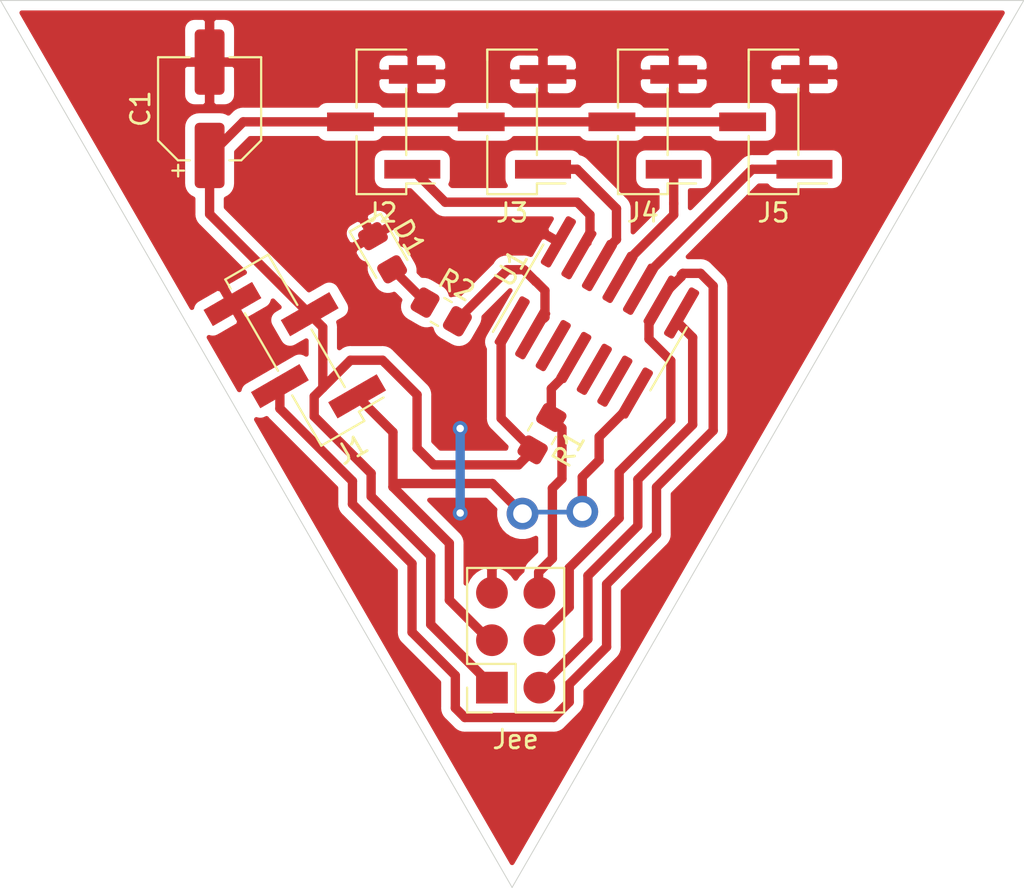
<source format=kicad_pcb>
(kicad_pcb (version 20171130) (host pcbnew 5.1.7-a382d34a8~87~ubuntu18.04.1)

  (general
    (thickness 1.6)
    (drawings 3)
    (tracks 133)
    (zones 0)
    (modules 11)
    (nets 13)
  )

  (page A4)
  (layers
    (0 F.Cu signal)
    (31 B.Cu signal)
    (32 B.Adhes user)
    (33 F.Adhes user)
    (34 B.Paste user)
    (35 F.Paste user)
    (36 B.SilkS user)
    (37 F.SilkS user)
    (38 B.Mask user)
    (39 F.Mask user)
    (40 Dwgs.User user)
    (41 Cmts.User user)
    (42 Eco1.User user)
    (43 Eco2.User user)
    (44 Edge.Cuts user)
    (45 Margin user)
    (46 B.CrtYd user)
    (47 F.CrtYd user)
    (48 B.Fab user)
    (49 F.Fab user)
  )

  (setup
    (last_trace_width 0.5)
    (user_trace_width 0.5)
    (trace_clearance 0.5)
    (zone_clearance 0.508)
    (zone_45_only no)
    (trace_min 0.25)
    (via_size 0.8)
    (via_drill 0.4)
    (via_min_size 0.4)
    (via_min_drill 0.3)
    (uvia_size 0.3)
    (uvia_drill 0.1)
    (uvias_allowed no)
    (uvia_min_size 0.2)
    (uvia_min_drill 0.1)
    (edge_width 0.05)
    (segment_width 0.2)
    (pcb_text_width 0.3)
    (pcb_text_size 1.5 1.5)
    (mod_edge_width 0.12)
    (mod_text_size 1 1)
    (mod_text_width 0.15)
    (pad_size 3 1)
    (pad_drill 0)
    (pad_to_mask_clearance 0)
    (aux_axis_origin 0 0)
    (visible_elements FFFFFF7F)
    (pcbplotparams
      (layerselection 0x01000_7fffffff)
      (usegerberextensions false)
      (usegerberattributes true)
      (usegerberadvancedattributes true)
      (creategerberjobfile true)
      (excludeedgelayer true)
      (linewidth 0.100000)
      (plotframeref false)
      (viasonmask false)
      (mode 1)
      (useauxorigin false)
      (hpglpennumber 1)
      (hpglpenspeed 20)
      (hpglpendiameter 15.000000)
      (psnegative false)
      (psa4output false)
      (plotreference true)
      (plotvalue true)
      (plotinvisibletext false)
      (padsonsilk false)
      (subtractmaskfromsilk false)
      (outputformat 1)
      (mirror false)
      (drillshape 0)
      (scaleselection 1)
      (outputdirectory ""))
  )

  (net 0 "")
  (net 1 +5V)
  (net 2 Earth)
  (net 3 "Net-(D1-Pad2)")
  (net 4 /sda)
  (net 5 /scl)
  (net 6 /servo_a)
  (net 7 /servo_b)
  (net 8 /servo_c)
  (net 9 /servo_d)
  (net 10 /reset)
  (net 11 "Net-(R2-Pad2)")
  (net 12 /miso)

  (net_class Default "This is the default net class."
    (clearance 0.5)
    (trace_width 0.25)
    (via_dia 0.8)
    (via_drill 0.4)
    (uvia_dia 0.3)
    (uvia_drill 0.1)
    (add_net +5V)
    (add_net /miso)
    (add_net /reset)
    (add_net /scl)
    (add_net /sda)
    (add_net /servo_a)
    (add_net /servo_b)
    (add_net /servo_c)
    (add_net /servo_d)
    (add_net Earth)
    (add_net "Net-(D1-Pad2)")
    (add_net "Net-(R2-Pad2)")
  )

  (net_class GND ""
    (clearance 0.5)
    (trace_width 0.5)
    (via_dia 0.8)
    (via_drill 0.4)
    (uvia_dia 0.3)
    (uvia_drill 0.1)
  )

  (module Connector_PinSocket_2.54mm:PinSocket_2x03_P2.54mm_Vertical (layer F.Cu) (tedit 5F9C31ED) (tstamp 5F93497F)
    (at 143.92 186.8 180)
    (descr "Through hole straight socket strip, 2x03, 2.54mm pitch, double cols (from Kicad 4.0.7), script generated")
    (tags "Through hole socket strip THT 2x03 2.54mm double row")
    (path /5F984A3C)
    (attr smd)
    (fp_text reference Jee (at -1.27 -2.77) (layer F.SilkS)
      (effects (font (size 1 1) (thickness 0.15)))
    )
    (fp_text value Conn_02x03_Odd_Even (at -1.27 7.85) (layer F.Fab)
      (effects (font (size 1 1) (thickness 0.15)))
    )
    (fp_line (start -4.34 6.85) (end -4.34 -1.8) (layer F.CrtYd) (width 0.05))
    (fp_line (start 1.76 6.85) (end -4.34 6.85) (layer F.CrtYd) (width 0.05))
    (fp_line (start 1.76 -1.8) (end 1.76 6.85) (layer F.CrtYd) (width 0.05))
    (fp_line (start -4.34 -1.8) (end 1.76 -1.8) (layer F.CrtYd) (width 0.05))
    (fp_line (start 0 -1.33) (end 1.33 -1.33) (layer F.SilkS) (width 0.12))
    (fp_line (start 1.33 -1.33) (end 1.33 0) (layer F.SilkS) (width 0.12))
    (fp_line (start -1.27 -1.33) (end -1.27 1.27) (layer F.SilkS) (width 0.12))
    (fp_line (start -1.27 1.27) (end 1.33 1.27) (layer F.SilkS) (width 0.12))
    (fp_line (start 1.33 1.27) (end 1.33 6.41) (layer F.SilkS) (width 0.12))
    (fp_line (start -3.87 6.41) (end 1.33 6.41) (layer F.SilkS) (width 0.12))
    (fp_line (start -3.87 -1.33) (end -3.87 6.41) (layer F.SilkS) (width 0.12))
    (fp_line (start -3.87 -1.33) (end -1.27 -1.33) (layer F.SilkS) (width 0.12))
    (fp_line (start -3.81 6.35) (end -3.81 -1.27) (layer F.Fab) (width 0.1))
    (fp_line (start 1.27 6.35) (end -3.81 6.35) (layer F.Fab) (width 0.1))
    (fp_line (start 1.27 -0.27) (end 1.27 6.35) (layer F.Fab) (width 0.1))
    (fp_line (start 0.27 -1.27) (end 1.27 -0.27) (layer F.Fab) (width 0.1))
    (fp_line (start -3.81 -1.27) (end 0.27 -1.27) (layer F.Fab) (width 0.1))
    (fp_text user %R (at -1.27 2.54 180) (layer F.Fab)
      (effects (font (size 1 1) (thickness 0.15)))
    )
    (pad 1 smd rect (at 0 0 180) (size 1.7 1.7) (layers F.Cu F.Paste F.Mask)
      (net 1 +5V))
    (pad 2 smd oval (at -2.54 0 180) (size 1.7 1.7) (layers F.Cu F.Paste F.Mask)
      (net 12 /miso))
    (pad 3 smd oval (at 0 2.54 180) (size 1.7 1.7) (layers F.Cu F.Paste F.Mask)
      (net 4 /sda))
    (pad 4 smd oval (at -2.54 2.54 180) (size 1.7 1.7) (layers F.Cu F.Paste F.Mask)
      (net 5 /scl))
    (pad 5 smd oval (at 0 5.08 180) (size 1.7 1.7) (layers F.Cu F.Paste F.Mask)
      (net 2 Earth))
    (pad 6 smd oval (at -2.54 5.08 180) (size 1.7 1.7) (layers F.Cu F.Paste F.Mask)
      (net 10 /reset))
    (model ${KISYS3DMOD}/Connector_PinSocket_2.54mm.3dshapes/PinSocket_2x03_P2.54mm_Vertical.wrl
      (at (xyz 0 0 0))
      (scale (xyz 1 1 1))
      (rotate (xyz 0 0 0))
    )
  )

  (module Connector_PinHeader_2.54mm:PinHeader_1x03_P2.54mm_Vertical_SMD_Pin1Left (layer F.Cu) (tedit 5F97FEBF) (tstamp 5F937E32)
    (at 138 156.5 180)
    (descr "surface-mounted straight pin header, 1x03, 2.54mm pitch, single row, style 1 (pin 1 left)")
    (tags "Surface mounted pin header SMD 1x03 2.54mm single row style1 pin1 left")
    (path /5F92E113)
    (attr smd)
    (fp_text reference J2 (at 0 -4.87) (layer F.SilkS)
      (effects (font (size 1 1) (thickness 0.15)))
    )
    (fp_text value Conn_01x03_Male (at 0 4.87) (layer F.Fab)
      (effects (font (size 1 1) (thickness 0.15)))
    )
    (fp_line (start 1.27 3.81) (end -1.27 3.81) (layer F.Fab) (width 0.1))
    (fp_line (start -0.32 -3.81) (end 1.27 -3.81) (layer F.Fab) (width 0.1))
    (fp_line (start -1.27 3.81) (end -1.27 -2.86) (layer F.Fab) (width 0.1))
    (fp_line (start -1.27 -2.86) (end -0.32 -3.81) (layer F.Fab) (width 0.1))
    (fp_line (start 1.27 -3.81) (end 1.27 3.81) (layer F.Fab) (width 0.1))
    (fp_line (start -1.27 -2.86) (end -2.54 -2.86) (layer F.Fab) (width 0.1))
    (fp_line (start -2.54 -2.86) (end -2.54 -2.22) (layer F.Fab) (width 0.1))
    (fp_line (start -2.54 -2.22) (end -1.27 -2.22) (layer F.Fab) (width 0.1))
    (fp_line (start -1.27 2.22) (end -2.54 2.22) (layer F.Fab) (width 0.1))
    (fp_line (start -2.54 2.22) (end -2.54 2.86) (layer F.Fab) (width 0.1))
    (fp_line (start -2.54 2.86) (end -1.27 2.86) (layer F.Fab) (width 0.1))
    (fp_line (start 1.27 -0.32) (end 2.54 -0.32) (layer F.Fab) (width 0.1))
    (fp_line (start 2.54 -0.32) (end 2.54 0.32) (layer F.Fab) (width 0.1))
    (fp_line (start 2.54 0.32) (end 1.27 0.32) (layer F.Fab) (width 0.1))
    (fp_line (start -1.33 -3.87) (end 1.33 -3.87) (layer F.SilkS) (width 0.12))
    (fp_line (start -1.33 3.87) (end 1.33 3.87) (layer F.SilkS) (width 0.12))
    (fp_line (start 1.33 -3.87) (end 1.33 -0.76) (layer F.SilkS) (width 0.12))
    (fp_line (start -1.33 -3.3) (end -2.85 -3.3) (layer F.SilkS) (width 0.12))
    (fp_line (start -1.33 -3.87) (end -1.33 -3.3) (layer F.SilkS) (width 0.12))
    (fp_line (start 1.33 3.3) (end 1.33 3.87) (layer F.SilkS) (width 0.12))
    (fp_line (start 1.33 0.76) (end 1.33 3.87) (layer F.SilkS) (width 0.12))
    (fp_line (start -1.33 -1.78) (end -1.33 1.78) (layer F.SilkS) (width 0.12))
    (fp_line (start -3.45 -4.35) (end -3.45 4.35) (layer F.CrtYd) (width 0.05))
    (fp_line (start -3.45 4.35) (end 3.45 4.35) (layer F.CrtYd) (width 0.05))
    (fp_line (start 3.45 4.35) (end 3.45 -4.35) (layer F.CrtYd) (width 0.05))
    (fp_line (start 3.45 -4.35) (end -3.45 -4.35) (layer F.CrtYd) (width 0.05))
    (fp_text user %R (at 0 0 90) (layer F.Fab)
      (effects (font (size 1 1) (thickness 0.15)))
    )
    (pad 1 smd rect (at -1.655 -2.54 180) (size 3 1) (layers F.Cu F.Paste F.Mask)
      (net 6 /servo_a))
    (pad 3 smd rect (at -1.655 2.54 180) (size 2.51 1) (layers F.Cu F.Paste F.Mask)
      (net 2 Earth))
    (pad 2 smd rect (at 1.655 0 180) (size 2.51 1) (layers F.Cu F.Paste F.Mask)
      (net 1 +5V))
    (model ${KISYS3DMOD}/Connector_PinHeader_2.54mm.3dshapes/PinHeader_1x03_P2.54mm_Vertical_SMD_Pin1Left.wrl
      (at (xyz 0 0 0))
      (scale (xyz 1 1 1))
      (rotate (xyz 0 0 0))
    )
  )

  (module Capacitor_SMD:CP_Elec_5x5.8 (layer F.Cu) (tedit 5F97FE52) (tstamp 5F93367A)
    (at 128.8 155.8 90)
    (descr "SMD capacitor, aluminum electrolytic, Panasonic, 5.0x5.8mm")
    (tags "capacitor electrolytic")
    (path /5F945CA6)
    (attr smd)
    (fp_text reference C1 (at 0 -3.7 90) (layer F.SilkS)
      (effects (font (size 1 1) (thickness 0.15)))
    )
    (fp_text value 120uF (at 0 3.7 90) (layer F.Fab)
      (effects (font (size 1 1) (thickness 0.15)))
    )
    (fp_line (start -3.95 1.05) (end -2.9 1.05) (layer F.CrtYd) (width 0.05))
    (fp_line (start -3.95 -1.05) (end -3.95 1.05) (layer F.CrtYd) (width 0.05))
    (fp_line (start -2.9 -1.05) (end -3.95 -1.05) (layer F.CrtYd) (width 0.05))
    (fp_line (start -2.9 1.05) (end -2.9 1.75) (layer F.CrtYd) (width 0.05))
    (fp_line (start -2.9 -1.75) (end -2.9 -1.05) (layer F.CrtYd) (width 0.05))
    (fp_line (start -2.9 -1.75) (end -1.75 -2.9) (layer F.CrtYd) (width 0.05))
    (fp_line (start -2.9 1.75) (end -1.75 2.9) (layer F.CrtYd) (width 0.05))
    (fp_line (start -1.75 -2.9) (end 2.9 -2.9) (layer F.CrtYd) (width 0.05))
    (fp_line (start -1.75 2.9) (end 2.9 2.9) (layer F.CrtYd) (width 0.05))
    (fp_line (start 2.9 1.05) (end 2.9 2.9) (layer F.CrtYd) (width 0.05))
    (fp_line (start 3.95 1.05) (end 2.9 1.05) (layer F.CrtYd) (width 0.05))
    (fp_line (start 3.95 -1.05) (end 3.95 1.05) (layer F.CrtYd) (width 0.05))
    (fp_line (start 2.9 -1.05) (end 3.95 -1.05) (layer F.CrtYd) (width 0.05))
    (fp_line (start 2.9 -2.9) (end 2.9 -1.05) (layer F.CrtYd) (width 0.05))
    (fp_line (start -3.3125 -1.9975) (end -3.3125 -1.3725) (layer F.SilkS) (width 0.12))
    (fp_line (start -3.625 -1.685) (end -3 -1.685) (layer F.SilkS) (width 0.12))
    (fp_line (start -2.76 1.695563) (end -1.695563 2.76) (layer F.SilkS) (width 0.12))
    (fp_line (start -2.76 -1.695563) (end -1.695563 -2.76) (layer F.SilkS) (width 0.12))
    (fp_line (start -2.76 -1.695563) (end -2.76 -1.06) (layer F.SilkS) (width 0.12))
    (fp_line (start -2.76 1.695563) (end -2.76 1.06) (layer F.SilkS) (width 0.12))
    (fp_line (start -1.695563 2.76) (end 2.76 2.76) (layer F.SilkS) (width 0.12))
    (fp_line (start -1.695563 -2.76) (end 2.76 -2.76) (layer F.SilkS) (width 0.12))
    (fp_line (start 2.76 -2.76) (end 2.76 -1.06) (layer F.SilkS) (width 0.12))
    (fp_line (start 2.76 2.76) (end 2.76 1.06) (layer F.SilkS) (width 0.12))
    (fp_line (start -1.783956 -1.45) (end -1.783956 -0.95) (layer F.Fab) (width 0.1))
    (fp_line (start -2.033956 -1.2) (end -1.533956 -1.2) (layer F.Fab) (width 0.1))
    (fp_line (start -2.65 1.65) (end -1.65 2.65) (layer F.Fab) (width 0.1))
    (fp_line (start -2.65 -1.65) (end -1.65 -2.65) (layer F.Fab) (width 0.1))
    (fp_line (start -2.65 -1.65) (end -2.65 1.65) (layer F.Fab) (width 0.1))
    (fp_line (start -1.65 2.65) (end 2.65 2.65) (layer F.Fab) (width 0.1))
    (fp_line (start -1.65 -2.65) (end 2.65 -2.65) (layer F.Fab) (width 0.1))
    (fp_line (start 2.65 -2.65) (end 2.65 2.65) (layer F.Fab) (width 0.1))
    (fp_circle (center 0 0) (end 2.5 0) (layer F.Fab) (width 0.1))
    (fp_text user %R (at 0 0 90) (layer F.Fab)
      (effects (font (size 1 1) (thickness 0.15)))
    )
    (pad 1 smd roundrect (at -2.5 0 90) (size 3.5 1.6) (layers F.Cu F.Paste F.Mask) (roundrect_rratio 0.156)
      (net 1 +5V))
    (pad 2 smd roundrect (at 2.5 0 90) (size 3.5 1.6) (layers F.Cu F.Paste F.Mask) (roundrect_rratio 0.156)
      (net 2 Earth))
    (model ${KISYS3DMOD}/Capacitor_SMD.3dshapes/CP_Elec_5x5.8.wrl
      (at (xyz 0 0 0))
      (scale (xyz 1 1 1))
      (rotate (xyz 0 0 0))
    )
  )

  (module Package_SO:SOIC-14_3.9x8.7mm_P1.27mm (layer F.Cu) (tedit 5F97FD81) (tstamp 5F933538)
    (at 149.54 166.975 60)
    (descr "SOIC, 14 Pin (JEDEC MS-012AB, https://www.analog.com/media/en/package-pcb-resources/package/pkg_pdf/soic_narrow-r/r_14.pdf), generated with kicad-footprint-generator ipc_gullwing_generator.py")
    (tags "SOIC SO")
    (path /5F92D015)
    (attr smd)
    (fp_text reference U1 (at 0 -5.28 60) (layer F.SilkS)
      (effects (font (size 1 1) (thickness 0.15)))
    )
    (fp_text value ATtiny84A-SSU (at 0 5.28 60) (layer F.Fab)
      (effects (font (size 1 1) (thickness 0.15)))
    )
    (fp_line (start 3.7 -4.58) (end -3.7 -4.58) (layer F.CrtYd) (width 0.05))
    (fp_line (start 3.7 4.58) (end 3.7 -4.58) (layer F.CrtYd) (width 0.05))
    (fp_line (start -3.7 4.58) (end 3.7 4.58) (layer F.CrtYd) (width 0.05))
    (fp_line (start -3.7 -4.58) (end -3.7 4.58) (layer F.CrtYd) (width 0.05))
    (fp_line (start -1.95 -3.35) (end -0.975 -4.325) (layer F.Fab) (width 0.1))
    (fp_line (start -1.95 4.325) (end -1.95 -3.35) (layer F.Fab) (width 0.1))
    (fp_line (start 1.95 4.325) (end -1.95 4.325) (layer F.Fab) (width 0.1))
    (fp_line (start 1.95 -4.325) (end 1.95 4.325) (layer F.Fab) (width 0.1))
    (fp_line (start -0.975 -4.325) (end 1.95 -4.325) (layer F.Fab) (width 0.1))
    (fp_line (start 0 -4.435) (end -3.45 -4.435) (layer F.SilkS) (width 0.12))
    (fp_line (start 0 -4.435) (end 1.95 -4.435) (layer F.SilkS) (width 0.12))
    (fp_line (start 0 4.435) (end -1.95 4.435) (layer F.SilkS) (width 0.12))
    (fp_line (start 0 4.435) (end 1.95 4.435) (layer F.SilkS) (width 0.12))
    (fp_text user %R (at 0 0 60) (layer F.Fab)
      (effects (font (size 0.98 0.98) (thickness 0.15)))
    )
    (pad 1 smd roundrect (at -2.475 -3.81 60) (size 2.95 0.6) (layers F.Cu F.Paste F.Mask) (roundrect_rratio 0.25)
      (net 1 +5V))
    (pad 2 smd roundrect (at -2.475 -2.54 60) (size 2.95 0.6) (layers F.Cu F.Paste F.Mask) (roundrect_rratio 0.25)
      (net 11 "Net-(R2-Pad2)"))
    (pad 3 smd roundrect (at -2.475 -1.27 60) (size 2.95 0.6) (layers F.Cu F.Paste F.Mask) (roundrect_rratio 0.25))
    (pad 4 smd roundrect (at -2.475 0 60) (size 2.95 0.6) (layers F.Cu F.Paste F.Mask) (roundrect_rratio 0.25)
      (net 10 /reset))
    (pad 5 smd roundrect (at -2.475 1.27 60) (size 2.95 0.6) (layers F.Cu F.Paste F.Mask) (roundrect_rratio 0.25))
    (pad 6 smd roundrect (at -2.475 2.54 60) (size 2.95 0.6) (layers F.Cu F.Paste F.Mask) (roundrect_rratio 0.25))
    (pad 7 smd roundrect (at -2.475 3.81 60) (size 2.95 0.6) (layers F.Cu F.Paste F.Mask) (roundrect_rratio 0.25)
      (net 4 /sda))
    (pad 8 smd roundrect (at 2.475 3.81 60) (size 2.95 0.6) (layers F.Cu F.Paste F.Mask) (roundrect_rratio 0.25)
      (net 12 /miso))
    (pad 9 smd roundrect (at 2.475 2.54 60) (size 2.95 0.6) (layers F.Cu F.Paste F.Mask) (roundrect_rratio 0.25)
      (net 5 /scl))
    (pad 10 smd roundrect (at 2.475 1.27 60) (size 2.95 0.6) (layers F.Cu F.Paste F.Mask) (roundrect_rratio 0.25)
      (net 9 /servo_d))
    (pad 11 smd roundrect (at 2.475 0 60) (size 2.95 0.6) (layers F.Cu F.Paste F.Mask) (roundrect_rratio 0.25)
      (net 8 /servo_c))
    (pad 12 smd roundrect (at 2.475 -1.27 60) (size 2.95 0.6) (layers F.Cu F.Paste F.Mask) (roundrect_rratio 0.25)
      (net 7 /servo_b))
    (pad 13 smd roundrect (at 2.475 -2.54 60) (size 2.95 0.6) (layers F.Cu F.Paste F.Mask) (roundrect_rratio 0.25)
      (net 6 /servo_a))
    (pad 14 smd roundrect (at 2.475 -3.81 60) (size 2.95 0.6) (layers F.Cu F.Paste F.Mask) (roundrect_rratio 0.25)
      (net 2 Earth))
    (model ${KISYS3DMOD}/Package_SO.3dshapes/SOIC-14_3.9x8.7mm_P1.27mm.wrl
      (at (xyz 0 0 0))
      (scale (xyz 1 1 1))
      (rotate (xyz 0 0 0))
    )
  )

  (module Resistor_SMD:R_0805_2012Metric_Pad1.20x1.40mm_HandSolder (layer F.Cu) (tedit 5F68FEEE) (tstamp 5FA07783)
    (at 141.203975 166.68 330)
    (descr "Resistor SMD 0805 (2012 Metric), square (rectangular) end terminal, IPC_7351 nominal with elongated pad for handsoldering. (Body size source: IPC-SM-782 page 72, https://www.pcb-3d.com/wordpress/wp-content/uploads/ipc-sm-782a_amendment_1_and_2.pdf), generated with kicad-footprint-generator")
    (tags "resistor handsolder")
    (path /5F937A55)
    (attr smd)
    (fp_text reference R2 (at 0 -1.65 150) (layer F.SilkS)
      (effects (font (size 1 1) (thickness 0.15)))
    )
    (fp_text value 100 (at 0 1.65 150) (layer F.Fab)
      (effects (font (size 1 1) (thickness 0.15)))
    )
    (fp_line (start 1.85 0.95) (end -1.85 0.95) (layer F.CrtYd) (width 0.05))
    (fp_line (start 1.85 -0.95) (end 1.85 0.95) (layer F.CrtYd) (width 0.05))
    (fp_line (start -1.85 -0.95) (end 1.85 -0.95) (layer F.CrtYd) (width 0.05))
    (fp_line (start -1.85 0.95) (end -1.85 -0.95) (layer F.CrtYd) (width 0.05))
    (fp_line (start -0.227064 0.735) (end 0.227064 0.735) (layer F.SilkS) (width 0.12))
    (fp_line (start -0.227064 -0.735) (end 0.227064 -0.735) (layer F.SilkS) (width 0.12))
    (fp_line (start 1 0.625) (end -1 0.625) (layer F.Fab) (width 0.1))
    (fp_line (start 1 -0.625) (end 1 0.625) (layer F.Fab) (width 0.1))
    (fp_line (start -1 -0.625) (end 1 -0.625) (layer F.Fab) (width 0.1))
    (fp_line (start -1 0.625) (end -1 -0.625) (layer F.Fab) (width 0.1))
    (fp_text user %R (at 0 0 150) (layer F.Fab)
      (effects (font (size 0.5 0.5) (thickness 0.08)))
    )
    (pad 1 smd roundrect (at -1 0 330) (size 1.2 1.4) (layers F.Cu F.Paste F.Mask) (roundrect_rratio 0.2083325)
      (net 3 "Net-(D1-Pad2)"))
    (pad 2 smd roundrect (at 1 0 330) (size 1.2 1.4) (layers F.Cu F.Paste F.Mask) (roundrect_rratio 0.2083325)
      (net 11 "Net-(R2-Pad2)"))
    (model ${KISYS3DMOD}/Resistor_SMD.3dshapes/R_0805_2012Metric.wrl
      (at (xyz 0 0 0))
      (scale (xyz 1 1 1))
      (rotate (xyz 0 0 0))
    )
  )

  (module LED_SMD:LED_0805_2012Metric_Pad1.15x1.40mm_HandSolder (layer F.Cu) (tedit 5F68FEF1) (tstamp 5F9337A9)
    (at 138.060712 163.510553 300)
    (descr "LED SMD 0805 (2012 Metric), square (rectangular) end terminal, IPC_7351 nominal, (Body size source: https://docs.google.com/spreadsheets/d/1BsfQQcO9C6DZCsRaXUlFlo91Tg2WpOkGARC1WS5S8t0/edit?usp=sharing), generated with kicad-footprint-generator")
    (tags "LED handsolder")
    (path /5F9381A7)
    (attr smd)
    (fp_text reference D1 (at 0 -1.65 120) (layer F.SilkS)
      (effects (font (size 1 1) (thickness 0.15)))
    )
    (fp_text value LED (at 0 1.65 120) (layer F.Fab)
      (effects (font (size 1 1) (thickness 0.15)))
    )
    (fp_line (start 1.85 0.95) (end -1.85 0.95) (layer F.CrtYd) (width 0.05))
    (fp_line (start 1.85 -0.95) (end 1.85 0.95) (layer F.CrtYd) (width 0.05))
    (fp_line (start -1.85 -0.95) (end 1.85 -0.95) (layer F.CrtYd) (width 0.05))
    (fp_line (start -1.85 0.95) (end -1.85 -0.95) (layer F.CrtYd) (width 0.05))
    (fp_line (start -1.86 0.96) (end 1 0.96) (layer F.SilkS) (width 0.12))
    (fp_line (start -1.86 -0.96) (end -1.86 0.96) (layer F.SilkS) (width 0.12))
    (fp_line (start 1 -0.96) (end -1.86 -0.96) (layer F.SilkS) (width 0.12))
    (fp_line (start 1 0.6) (end 1 -0.6) (layer F.Fab) (width 0.1))
    (fp_line (start -1 0.6) (end 1 0.6) (layer F.Fab) (width 0.1))
    (fp_line (start -1 -0.3) (end -1 0.6) (layer F.Fab) (width 0.1))
    (fp_line (start -0.7 -0.6) (end -1 -0.3) (layer F.Fab) (width 0.1))
    (fp_line (start 1 -0.6) (end -0.7 -0.6) (layer F.Fab) (width 0.1))
    (fp_text user %R (at 0 0 120) (layer F.Fab)
      (effects (font (size 0.5 0.5) (thickness 0.08)))
    )
    (pad 1 smd roundrect (at -1.025 0 300) (size 1.15 1.4) (layers F.Cu F.Paste F.Mask) (roundrect_rratio 0.2173904347826087)
      (net 2 Earth))
    (pad 2 smd roundrect (at 1.025 0 300) (size 1.15 1.4) (layers F.Cu F.Paste F.Mask) (roundrect_rratio 0.2173904347826087)
      (net 3 "Net-(D1-Pad2)"))
    (model ${KISYS3DMOD}/LED_SMD.3dshapes/LED_0805_2012Metric.wrl
      (at (xyz 0 0 0))
      (scale (xyz 1 1 1))
      (rotate (xyz 0 0 0))
    )
  )

  (module Resistor_SMD:R_0805_2012Metric_Pad1.20x1.40mm_HandSolder (layer F.Cu) (tedit 5F68FEEE) (tstamp 5F9329F4)
    (at 146.6 173.2 240)
    (descr "Resistor SMD 0805 (2012 Metric), square (rectangular) end terminal, IPC_7351 nominal with elongated pad for handsoldering. (Body size source: IPC-SM-782 page 72, https://www.pcb-3d.com/wordpress/wp-content/uploads/ipc-sm-782a_amendment_1_and_2.pdf), generated with kicad-footprint-generator")
    (tags "resistor handsolder")
    (path /5F95B4C3)
    (attr smd)
    (fp_text reference R1 (at 0 -1.65 60) (layer F.SilkS)
      (effects (font (size 1 1) (thickness 0.15)))
    )
    (fp_text value 10K (at 0 1.65 60) (layer F.Fab)
      (effects (font (size 1 1) (thickness 0.15)))
    )
    (fp_line (start -1 0.625) (end -1 -0.625) (layer F.Fab) (width 0.1))
    (fp_line (start -1 -0.625) (end 1 -0.625) (layer F.Fab) (width 0.1))
    (fp_line (start 1 -0.625) (end 1 0.625) (layer F.Fab) (width 0.1))
    (fp_line (start 1 0.625) (end -1 0.625) (layer F.Fab) (width 0.1))
    (fp_line (start -0.227064 -0.735) (end 0.227064 -0.735) (layer F.SilkS) (width 0.12))
    (fp_line (start -0.227064 0.735) (end 0.227064 0.735) (layer F.SilkS) (width 0.12))
    (fp_line (start -1.85 0.95) (end -1.85 -0.95) (layer F.CrtYd) (width 0.05))
    (fp_line (start -1.85 -0.95) (end 1.85 -0.95) (layer F.CrtYd) (width 0.05))
    (fp_line (start 1.85 -0.95) (end 1.85 0.95) (layer F.CrtYd) (width 0.05))
    (fp_line (start 1.85 0.95) (end -1.85 0.95) (layer F.CrtYd) (width 0.05))
    (fp_text user %R (at 0 0 60) (layer F.Fab)
      (effects (font (size 0.5 0.5) (thickness 0.08)))
    )
    (pad 2 smd roundrect (at 1 0 240) (size 1.2 1.4) (layers F.Cu F.Paste F.Mask) (roundrect_rratio 0.2083325)
      (net 1 +5V))
    (pad 1 smd roundrect (at -1 0 240) (size 1.2 1.4) (layers F.Cu F.Paste F.Mask) (roundrect_rratio 0.2083325)
      (net 10 /reset))
    (model ${KISYS3DMOD}/Resistor_SMD.3dshapes/R_0805_2012Metric.wrl
      (at (xyz 0 0 0))
      (scale (xyz 1 1 1))
      (rotate (xyz 0 0 0))
    )
  )

  (module Connector_PinHeader_2.54mm:PinHeader_1x04_P2.54mm_Vertical_SMD_Pin1Left (layer F.Cu) (tedit 5F97FEFB) (tstamp 5F980B58)
    (at 133.361728 168.727943 210)
    (descr "surface-mounted straight pin header, 1x04, 2.54mm pitch, single row, style 1 (pin 1 left)")
    (tags "Surface mounted pin header SMD 1x04 2.54mm single row style1 pin1 left")
    (path /5F953CA6)
    (attr smd)
    (fp_text reference J1 (at 0 -6.14 30) (layer F.SilkS)
      (effects (font (size 1 1) (thickness 0.15)))
    )
    (fp_text value Conn_01x04_Male (at 0 6.14 30) (layer F.Fab)
      (effects (font (size 1 1) (thickness 0.15)))
    )
    (fp_line (start 1.27 5.08) (end -1.27 5.08) (layer F.Fab) (width 0.1))
    (fp_line (start -0.32 -5.08) (end 1.27 -5.08) (layer F.Fab) (width 0.1))
    (fp_line (start -1.27 5.08) (end -1.27 -4.13) (layer F.Fab) (width 0.1))
    (fp_line (start -1.27 -4.13) (end -0.32 -5.08) (layer F.Fab) (width 0.1))
    (fp_line (start 1.27 -5.08) (end 1.27 5.08) (layer F.Fab) (width 0.1))
    (fp_line (start -1.27 -4.13) (end -2.54 -4.13) (layer F.Fab) (width 0.1))
    (fp_line (start -2.54 -4.13) (end -2.54 -3.49) (layer F.Fab) (width 0.1))
    (fp_line (start -2.54 -3.49) (end -1.27 -3.49) (layer F.Fab) (width 0.1))
    (fp_line (start -1.27 0.95) (end -2.54 0.95) (layer F.Fab) (width 0.1))
    (fp_line (start -2.54 0.95) (end -2.54 1.59) (layer F.Fab) (width 0.1))
    (fp_line (start -2.54 1.59) (end -1.27 1.59) (layer F.Fab) (width 0.1))
    (fp_line (start 1.27 -1.59) (end 2.54 -1.59) (layer F.Fab) (width 0.1))
    (fp_line (start 2.54 -1.59) (end 2.54 -0.95) (layer F.Fab) (width 0.1))
    (fp_line (start 2.54 -0.95) (end 1.27 -0.95) (layer F.Fab) (width 0.1))
    (fp_line (start 1.27 3.49) (end 2.54 3.49) (layer F.Fab) (width 0.1))
    (fp_line (start 2.54 3.49) (end 2.54 4.13) (layer F.Fab) (width 0.1))
    (fp_line (start 2.54 4.13) (end 1.27 4.13) (layer F.Fab) (width 0.1))
    (fp_line (start -1.33 -5.14) (end 1.33 -5.14) (layer F.SilkS) (width 0.12))
    (fp_line (start -1.33 5.14) (end 1.33 5.14) (layer F.SilkS) (width 0.12))
    (fp_line (start 1.33 -5.14) (end 1.33 -2.03) (layer F.SilkS) (width 0.12))
    (fp_line (start -1.33 -4.57) (end -2.85 -4.57) (layer F.SilkS) (width 0.12))
    (fp_line (start -1.33 -5.14) (end -1.33 -4.57) (layer F.SilkS) (width 0.12))
    (fp_line (start 1.33 4.57) (end 1.33 5.14) (layer F.SilkS) (width 0.12))
    (fp_line (start 1.33 -0.51) (end 1.33 3.05) (layer F.SilkS) (width 0.12))
    (fp_line (start -1.33 -3.05) (end -1.33 0.51) (layer F.SilkS) (width 0.12))
    (fp_line (start -1.33 2.03) (end -1.33 5.14) (layer F.SilkS) (width 0.12))
    (fp_line (start -3.45 -5.6) (end -3.45 5.6) (layer F.CrtYd) (width 0.05))
    (fp_line (start -3.45 5.6) (end 3.45 5.6) (layer F.CrtYd) (width 0.05))
    (fp_line (start 3.45 5.6) (end 3.45 -5.6) (layer F.CrtYd) (width 0.05))
    (fp_line (start 3.45 -5.6) (end -3.45 -5.6) (layer F.CrtYd) (width 0.05))
    (fp_text user %R (at 0 0 120) (layer F.Fab)
      (effects (font (size 1 1) (thickness 0.15)))
    )
    (pad 1 smd rect (at -1.655 -3.81 210) (size 3 1) (layers F.Cu F.Paste F.Mask)
      (net 4 /sda))
    (pad 3 smd rect (at -1.655 1.27 210) (size 3 1) (layers F.Cu F.Paste F.Mask)
      (net 1 +5V))
    (pad 2 smd rect (at 1.655 -1.27 210) (size 3 1) (layers F.Cu F.Paste F.Mask)
      (net 5 /scl))
    (pad 4 smd rect (at 1.655 3.81 210) (size 3 1) (layers F.Cu F.Paste F.Mask)
      (net 2 Earth))
    (model ${KISYS3DMOD}/Connector_PinHeader_2.54mm.3dshapes/PinHeader_1x04_P2.54mm_Vertical_SMD_Pin1Left.wrl
      (at (xyz 0 0 0))
      (scale (xyz 1 1 1))
      (rotate (xyz 0 0 0))
    )
  )

  (module Connector_PinHeader_2.54mm:PinHeader_1x03_P2.54mm_Vertical_SMD_Pin1Left (layer F.Cu) (tedit 5F97FEC5) (tstamp 5F937E53)
    (at 145 156.5 180)
    (descr "surface-mounted straight pin header, 1x03, 2.54mm pitch, single row, style 1 (pin 1 left)")
    (tags "Surface mounted pin header SMD 1x03 2.54mm single row style1 pin1 left")
    (path /5F93EF16)
    (attr smd)
    (fp_text reference J3 (at 0 -4.87) (layer F.SilkS)
      (effects (font (size 1 1) (thickness 0.15)))
    )
    (fp_text value Conn_01x03_Male (at 0 4.87) (layer F.Fab)
      (effects (font (size 1 1) (thickness 0.15)))
    )
    (fp_line (start 3.45 -4.35) (end -3.45 -4.35) (layer F.CrtYd) (width 0.05))
    (fp_line (start 3.45 4.35) (end 3.45 -4.35) (layer F.CrtYd) (width 0.05))
    (fp_line (start -3.45 4.35) (end 3.45 4.35) (layer F.CrtYd) (width 0.05))
    (fp_line (start -3.45 -4.35) (end -3.45 4.35) (layer F.CrtYd) (width 0.05))
    (fp_line (start -1.33 -1.78) (end -1.33 1.78) (layer F.SilkS) (width 0.12))
    (fp_line (start 1.33 0.76) (end 1.33 3.87) (layer F.SilkS) (width 0.12))
    (fp_line (start 1.33 3.3) (end 1.33 3.87) (layer F.SilkS) (width 0.12))
    (fp_line (start -1.33 -3.87) (end -1.33 -3.3) (layer F.SilkS) (width 0.12))
    (fp_line (start -1.33 -3.3) (end -2.85 -3.3) (layer F.SilkS) (width 0.12))
    (fp_line (start 1.33 -3.87) (end 1.33 -0.76) (layer F.SilkS) (width 0.12))
    (fp_line (start -1.33 3.87) (end 1.33 3.87) (layer F.SilkS) (width 0.12))
    (fp_line (start -1.33 -3.87) (end 1.33 -3.87) (layer F.SilkS) (width 0.12))
    (fp_line (start 2.54 0.32) (end 1.27 0.32) (layer F.Fab) (width 0.1))
    (fp_line (start 2.54 -0.32) (end 2.54 0.32) (layer F.Fab) (width 0.1))
    (fp_line (start 1.27 -0.32) (end 2.54 -0.32) (layer F.Fab) (width 0.1))
    (fp_line (start -2.54 2.86) (end -1.27 2.86) (layer F.Fab) (width 0.1))
    (fp_line (start -2.54 2.22) (end -2.54 2.86) (layer F.Fab) (width 0.1))
    (fp_line (start -1.27 2.22) (end -2.54 2.22) (layer F.Fab) (width 0.1))
    (fp_line (start -2.54 -2.22) (end -1.27 -2.22) (layer F.Fab) (width 0.1))
    (fp_line (start -2.54 -2.86) (end -2.54 -2.22) (layer F.Fab) (width 0.1))
    (fp_line (start -1.27 -2.86) (end -2.54 -2.86) (layer F.Fab) (width 0.1))
    (fp_line (start 1.27 -3.81) (end 1.27 3.81) (layer F.Fab) (width 0.1))
    (fp_line (start -1.27 -2.86) (end -0.32 -3.81) (layer F.Fab) (width 0.1))
    (fp_line (start -1.27 3.81) (end -1.27 -2.86) (layer F.Fab) (width 0.1))
    (fp_line (start -0.32 -3.81) (end 1.27 -3.81) (layer F.Fab) (width 0.1))
    (fp_line (start 1.27 3.81) (end -1.27 3.81) (layer F.Fab) (width 0.1))
    (fp_text user %R (at 0 0 90) (layer F.Fab)
      (effects (font (size 1 1) (thickness 0.15)))
    )
    (pad 2 smd rect (at 1.655 0 180) (size 2.51 1) (layers F.Cu F.Paste F.Mask)
      (net 1 +5V))
    (pad 3 smd rect (at -1.655 2.54 180) (size 2.51 1) (layers F.Cu F.Paste F.Mask)
      (net 2 Earth))
    (pad 1 smd rect (at -1.655 -2.54 180) (size 3 1) (layers F.Cu F.Paste F.Mask)
      (net 7 /servo_b))
    (model ${KISYS3DMOD}/Connector_PinHeader_2.54mm.3dshapes/PinHeader_1x03_P2.54mm_Vertical_SMD_Pin1Left.wrl
      (at (xyz 0 0 0))
      (scale (xyz 1 1 1))
      (rotate (xyz 0 0 0))
    )
  )

  (module Connector_PinHeader_2.54mm:PinHeader_1x03_P2.54mm_Vertical_SMD_Pin1Left (layer F.Cu) (tedit 5F97FECB) (tstamp 5F937E74)
    (at 152 156.5 180)
    (descr "surface-mounted straight pin header, 1x03, 2.54mm pitch, single row, style 1 (pin 1 left)")
    (tags "Surface mounted pin header SMD 1x03 2.54mm single row style1 pin1 left")
    (path /5F93FC40)
    (attr smd)
    (fp_text reference J4 (at 0 -4.87) (layer F.SilkS)
      (effects (font (size 1 1) (thickness 0.15)))
    )
    (fp_text value Conn_01x03_Male (at 0 4.87) (layer F.Fab)
      (effects (font (size 1 1) (thickness 0.15)))
    )
    (fp_line (start 1.27 3.81) (end -1.27 3.81) (layer F.Fab) (width 0.1))
    (fp_line (start -0.32 -3.81) (end 1.27 -3.81) (layer F.Fab) (width 0.1))
    (fp_line (start -1.27 3.81) (end -1.27 -2.86) (layer F.Fab) (width 0.1))
    (fp_line (start -1.27 -2.86) (end -0.32 -3.81) (layer F.Fab) (width 0.1))
    (fp_line (start 1.27 -3.81) (end 1.27 3.81) (layer F.Fab) (width 0.1))
    (fp_line (start -1.27 -2.86) (end -2.54 -2.86) (layer F.Fab) (width 0.1))
    (fp_line (start -2.54 -2.86) (end -2.54 -2.22) (layer F.Fab) (width 0.1))
    (fp_line (start -2.54 -2.22) (end -1.27 -2.22) (layer F.Fab) (width 0.1))
    (fp_line (start -1.27 2.22) (end -2.54 2.22) (layer F.Fab) (width 0.1))
    (fp_line (start -2.54 2.22) (end -2.54 2.86) (layer F.Fab) (width 0.1))
    (fp_line (start -2.54 2.86) (end -1.27 2.86) (layer F.Fab) (width 0.1))
    (fp_line (start 1.27 -0.32) (end 2.54 -0.32) (layer F.Fab) (width 0.1))
    (fp_line (start 2.54 -0.32) (end 2.54 0.32) (layer F.Fab) (width 0.1))
    (fp_line (start 2.54 0.32) (end 1.27 0.32) (layer F.Fab) (width 0.1))
    (fp_line (start -1.33 -3.87) (end 1.33 -3.87) (layer F.SilkS) (width 0.12))
    (fp_line (start -1.33 3.87) (end 1.33 3.87) (layer F.SilkS) (width 0.12))
    (fp_line (start 1.33 -3.87) (end 1.33 -0.76) (layer F.SilkS) (width 0.12))
    (fp_line (start -1.33 -3.3) (end -2.85 -3.3) (layer F.SilkS) (width 0.12))
    (fp_line (start -1.33 -3.87) (end -1.33 -3.3) (layer F.SilkS) (width 0.12))
    (fp_line (start 1.33 3.3) (end 1.33 3.87) (layer F.SilkS) (width 0.12))
    (fp_line (start 1.33 0.76) (end 1.33 3.87) (layer F.SilkS) (width 0.12))
    (fp_line (start -1.33 -1.78) (end -1.33 1.78) (layer F.SilkS) (width 0.12))
    (fp_line (start -3.45 -4.35) (end -3.45 4.35) (layer F.CrtYd) (width 0.05))
    (fp_line (start -3.45 4.35) (end 3.45 4.35) (layer F.CrtYd) (width 0.05))
    (fp_line (start 3.45 4.35) (end 3.45 -4.35) (layer F.CrtYd) (width 0.05))
    (fp_line (start 3.45 -4.35) (end -3.45 -4.35) (layer F.CrtYd) (width 0.05))
    (fp_text user %R (at 0 0 90) (layer F.Fab)
      (effects (font (size 1 1) (thickness 0.15)))
    )
    (pad 1 smd rect (at -1.655 -2.54 180) (size 3 1) (layers F.Cu F.Paste F.Mask)
      (net 8 /servo_c))
    (pad 3 smd rect (at -1.655 2.54 180) (size 2.51 1) (layers F.Cu F.Paste F.Mask)
      (net 2 Earth))
    (pad 2 smd rect (at 1.655 0 180) (size 2.51 1) (layers F.Cu F.Paste F.Mask)
      (net 1 +5V))
    (model ${KISYS3DMOD}/Connector_PinHeader_2.54mm.3dshapes/PinHeader_1x03_P2.54mm_Vertical_SMD_Pin1Left.wrl
      (at (xyz 0 0 0))
      (scale (xyz 1 1 1))
      (rotate (xyz 0 0 0))
    )
  )

  (module Connector_PinHeader_2.54mm:PinHeader_1x03_P2.54mm_Vertical_SMD_Pin1Left (layer F.Cu) (tedit 5F97FED4) (tstamp 5F937E95)
    (at 159 156.5 180)
    (descr "surface-mounted straight pin header, 1x03, 2.54mm pitch, single row, style 1 (pin 1 left)")
    (tags "Surface mounted pin header SMD 1x03 2.54mm single row style1 pin1 left")
    (path /5F940443)
    (attr smd)
    (fp_text reference J5 (at 0 -4.87) (layer F.SilkS)
      (effects (font (size 1 1) (thickness 0.15)))
    )
    (fp_text value Conn_01x03_Male (at 0 4.87) (layer F.Fab)
      (effects (font (size 1 1) (thickness 0.15)))
    )
    (fp_line (start 3.45 -4.35) (end -3.45 -4.35) (layer F.CrtYd) (width 0.05))
    (fp_line (start 3.45 4.35) (end 3.45 -4.35) (layer F.CrtYd) (width 0.05))
    (fp_line (start -3.45 4.35) (end 3.45 4.35) (layer F.CrtYd) (width 0.05))
    (fp_line (start -3.45 -4.35) (end -3.45 4.35) (layer F.CrtYd) (width 0.05))
    (fp_line (start -1.33 -1.78) (end -1.33 1.78) (layer F.SilkS) (width 0.12))
    (fp_line (start 1.33 0.76) (end 1.33 3.87) (layer F.SilkS) (width 0.12))
    (fp_line (start 1.33 3.3) (end 1.33 3.87) (layer F.SilkS) (width 0.12))
    (fp_line (start -1.33 -3.87) (end -1.33 -3.3) (layer F.SilkS) (width 0.12))
    (fp_line (start -1.33 -3.3) (end -2.85 -3.3) (layer F.SilkS) (width 0.12))
    (fp_line (start 1.33 -3.87) (end 1.33 -0.76) (layer F.SilkS) (width 0.12))
    (fp_line (start -1.33 3.87) (end 1.33 3.87) (layer F.SilkS) (width 0.12))
    (fp_line (start -1.33 -3.87) (end 1.33 -3.87) (layer F.SilkS) (width 0.12))
    (fp_line (start 2.54 0.32) (end 1.27 0.32) (layer F.Fab) (width 0.1))
    (fp_line (start 2.54 -0.32) (end 2.54 0.32) (layer F.Fab) (width 0.1))
    (fp_line (start 1.27 -0.32) (end 2.54 -0.32) (layer F.Fab) (width 0.1))
    (fp_line (start -2.54 2.86) (end -1.27 2.86) (layer F.Fab) (width 0.1))
    (fp_line (start -2.54 2.22) (end -2.54 2.86) (layer F.Fab) (width 0.1))
    (fp_line (start -1.27 2.22) (end -2.54 2.22) (layer F.Fab) (width 0.1))
    (fp_line (start -2.54 -2.22) (end -1.27 -2.22) (layer F.Fab) (width 0.1))
    (fp_line (start -2.54 -2.86) (end -2.54 -2.22) (layer F.Fab) (width 0.1))
    (fp_line (start -1.27 -2.86) (end -2.54 -2.86) (layer F.Fab) (width 0.1))
    (fp_line (start 1.27 -3.81) (end 1.27 3.81) (layer F.Fab) (width 0.1))
    (fp_line (start -1.27 -2.86) (end -0.32 -3.81) (layer F.Fab) (width 0.1))
    (fp_line (start -1.27 3.81) (end -1.27 -2.86) (layer F.Fab) (width 0.1))
    (fp_line (start -0.32 -3.81) (end 1.27 -3.81) (layer F.Fab) (width 0.1))
    (fp_line (start 1.27 3.81) (end -1.27 3.81) (layer F.Fab) (width 0.1))
    (fp_text user %R (at 0 0 90) (layer F.Fab)
      (effects (font (size 1 1) (thickness 0.15)))
    )
    (pad 2 smd rect (at 1.655 0 180) (size 2.51 1) (layers F.Cu F.Paste F.Mask)
      (net 1 +5V))
    (pad 3 smd rect (at -1.655 2.54 180) (size 2.51 1) (layers F.Cu F.Paste F.Mask)
      (net 2 Earth))
    (pad 1 smd rect (at -1.655 -2.54 180) (size 3 1) (layers F.Cu F.Paste F.Mask)
      (net 9 /servo_d))
    (model ${KISYS3DMOD}/Connector_PinHeader_2.54mm.3dshapes/PinHeader_1x03_P2.54mm_Vertical_SMD_Pin1Left.wrl
      (at (xyz 0 0 0))
      (scale (xyz 1 1 1))
      (rotate (xyz 0 0 0))
    )
  )

  (gr_line (start 145 197.5) (end 117.6 150) (layer Edge.Cuts) (width 0.05) (tstamp 5F935B3F))
  (gr_line (start 172.4 150) (end 145 197.5) (layer Edge.Cuts) (width 0.05) (tstamp 5F935B3E))
  (gr_line (start 117.6 150) (end 172.4 150) (layer Edge.Cuts) (width 0.05))

  (segment (start 136.35 156.5) (end 143.35 156.5) (width 0.5) (layer F.Cu) (net 1) (status 30))
  (segment (start 143.35 156.5) (end 150.35 156.5) (width 0.5) (layer F.Cu) (net 1) (status 30))
  (segment (start 150.35 156.5) (end 157.35 156.5) (width 0.5) (layer F.Cu) (net 1) (status 30))
  (segment (start 130.6 156.5) (end 128.8 158.3) (width 0.5) (layer F.Cu) (net 1))
  (segment (start 136.345 156.5) (end 130.6 156.5) (width 0.5) (layer F.Cu) (net 1))
  (segment (start 128.8 161.440591) (end 134.16 166.800591) (width 0.5) (layer F.Cu) (net 1))
  (segment (start 128.8 158.3) (end 128.8 161.440591) (width 0.5) (layer F.Cu) (net 1))
  (segment (start 146.1 174.066025) (end 144.410702 172.376727) (width 0.5) (layer F.Cu) (net 1))
  (segment (start 144.410702 172.376727) (end 144.410702 168.199298) (width 0.5) (layer F.Cu) (net 1))
  (segment (start 144.410702 168.199298) (end 144.46 168.15) (width 0.5) (layer F.Cu) (net 1))
  (segment (start 140.801998 174.870002) (end 145.339998 174.870002) (width 0.5) (layer F.Cu) (net 1))
  (segment (start 139.909998 173.978002) (end 140.801998 174.870002) (width 0.5) (layer F.Cu) (net 1))
  (segment (start 145.339998 174.870002) (end 146.1 174.11) (width 0.5) (layer F.Cu) (net 1))
  (segment (start 139.909998 171.117273) (end 139.909998 173.978002) (width 0.5) (layer F.Cu) (net 1))
  (segment (start 134.16 166.800591) (end 134.862504 167.503095) (width 0.5) (layer F.Cu) (net 1))
  (segment (start 134.862504 167.503095) (end 134.862504 170.744769) (width 0.5) (layer F.Cu) (net 1))
  (segment (start 136.340296 169.266977) (end 138.059701 169.266977) (width 0.5) (layer F.Cu) (net 1))
  (segment (start 134.862504 170.744769) (end 136.340296 169.266977) (width 0.5) (layer F.Cu) (net 1))
  (segment (start 138.059701 169.266977) (end 138.196362 169.403638) (width 0.5) (layer F.Cu) (net 1))
  (segment (start 138.196362 169.403638) (end 139.909998 171.117273) (width 0.5) (layer F.Cu) (net 1))
  (segment (start 140.64 183.415772) (end 143.86 186.635772) (width 0.5) (layer F.Cu) (net 1))
  (segment (start 140.64 179.745771) (end 140.64 183.415772) (width 0.5) (layer F.Cu) (net 1))
  (segment (start 143.86 186.635772) (end 143.86 187.03) (width 0.5) (layer F.Cu) (net 1))
  (segment (start 134.400952 172.276724) (end 137.450011 175.325782) (width 0.5) (layer F.Cu) (net 1))
  (segment (start 137.450011 175.325782) (end 137.450011 176.555781) (width 0.5) (layer F.Cu) (net 1))
  (segment (start 137.450011 176.555781) (end 140.64 179.745771) (width 0.5) (layer F.Cu) (net 1))
  (segment (start 134.400952 171.206321) (end 134.400952 172.276724) (width 0.5) (layer F.Cu) (net 1))
  (segment (start 134.862504 170.744769) (end 134.400952 171.206321) (width 0.5) (layer F.Cu) (net 1))
  (segment (start 160.65 153.96) (end 153.65 153.96) (width 0.5) (layer F.Cu) (net 2) (status 30))
  (segment (start 153.65 153.96) (end 146.65 153.96) (width 0.5) (layer F.Cu) (net 2) (status 30))
  (segment (start 146.65 153.96) (end 139.65 153.96) (width 0.5) (layer F.Cu) (net 2) (status 30))
  (segment (start 143.92 181.72) (end 143.92 179.37) (width 0.5) (layer F.Cu) (net 2))
  (via (at 142.22 177.45) (size 0.8) (drill 0.4) (layers F.Cu B.Cu) (net 2))
  (segment (start 142.44 177.67) (end 142.22 177.45) (width 0.5) (layer F.Cu) (net 2))
  (segment (start 143.92 179.37) (end 142.44 177.89) (width 0.5) (layer F.Cu) (net 2))
  (segment (start 142.44 177.89) (end 142.44 177.67) (width 0.5) (layer F.Cu) (net 2))
  (via (at 142.22 172.92) (size 0.8) (drill 0.4) (layers F.Cu B.Cu) (net 2))
  (segment (start 142.22 177.45) (end 142.22 172.92) (width 0.5) (layer B.Cu) (net 2))
  (segment (start 138.573212 164.398229) (end 138.608229 164.398229) (width 0.5) (layer F.Cu) (net 3))
  (segment (start 138.608229 164.398229) (end 140.3 166.09) (width 0.5) (layer F.Cu) (net 3))
  (via (at 145.557549 177.483026) (size 1.7) (drill 1) (layers F.Cu B.Cu) (net 4))
  (segment (start 145.557549 177.483026) (end 145.640575 177.4) (width 0.25) (layer B.Cu) (net 4))
  (segment (start 148.734 177.4) (end 148.757561 177.376439) (width 0.25) (layer B.Cu) (net 4))
  (segment (start 145.640575 177.4) (end 148.734 177.4) (width 0.25) (layer B.Cu) (net 4))
  (via (at 148.757561 177.376439) (size 1.7) (drill 1) (layers F.Cu B.Cu) (net 4))
  (segment (start 136.7 171.2) (end 138.619988 173.119988) (width 0.5) (layer F.Cu) (net 4))
  (segment (start 138.619988 173.119988) (end 138.619988 176.050012) (width 0.5) (layer F.Cu) (net 4))
  (segment (start 143.944536 175.870013) (end 145.557549 177.483026) (width 0.5) (layer F.Cu) (net 4))
  (segment (start 138.619988 176.050012) (end 138.799987 175.870013) (width 0.5) (layer F.Cu) (net 4))
  (segment (start 138.799987 175.870013) (end 143.944536 175.870013) (width 0.5) (layer F.Cu) (net 4))
  (segment (start 141.640011 179.070035) (end 141.640011 182.110011) (width 0.5) (layer F.Cu) (net 4))
  (segment (start 141.640011 182.110011) (end 143.84 184.31) (width 0.5) (layer F.Cu) (net 4))
  (segment (start 138.619988 176.050012) (end 141.640011 179.070035) (width 0.5) (layer F.Cu) (net 4))
  (segment (start 149.66 174.62) (end 149.66 173.37) (width 0.5) (layer F.Cu) (net 4))
  (segment (start 149.66 173.37) (end 151.09 171.94) (width 0.5) (layer F.Cu) (net 4))
  (segment (start 148.757561 177.376439) (end 148.757561 175.522439) (width 0.5) (layer F.Cu) (net 4))
  (segment (start 148.757561 175.522439) (end 149.66 174.62) (width 0.5) (layer F.Cu) (net 4))
  (segment (start 150.733882 175.23766) (end 153.500001 172.471543) (width 0.5) (layer F.Cu) (net 5))
  (segment (start 150.733882 177.717662) (end 150.733882 175.23766) (width 0.5) (layer F.Cu) (net 5))
  (segment (start 152.33 168.126772) (end 152.33 167.2) (width 0.5) (layer F.Cu) (net 5))
  (segment (start 146.46 184.088002) (end 148.060001 182.488001) (width 0.5) (layer F.Cu) (net 5))
  (segment (start 148.060001 182.488001) (end 148.060001 180.391543) (width 0.5) (layer F.Cu) (net 5))
  (segment (start 148.060001 180.391543) (end 150.733882 177.717662) (width 0.5) (layer F.Cu) (net 5))
  (segment (start 146.46 184.26) (end 146.46 184.088002) (width 0.5) (layer F.Cu) (net 5))
  (segment (start 153.500001 169.296773) (end 152.33 168.126772) (width 0.5) (layer F.Cu) (net 5))
  (segment (start 153.500001 172.471543) (end 153.500001 169.296773) (width 0.5) (layer F.Cu) (net 5))
  (segment (start 154.06 164.791402) (end 153.401402 165.45) (width 0.5) (layer F.Cu) (net 5))
  (segment (start 155.092126 164.614414) (end 154.145586 164.614414) (width 0.5) (layer F.Cu) (net 5))
  (segment (start 155.76915 165.291438) (end 155.092126 164.614414) (width 0.5) (layer F.Cu) (net 5))
  (segment (start 155.76915 173.03085) (end 155.76915 165.291438) (width 0.5) (layer F.Cu) (net 5))
  (segment (start 152.733904 176.066096) (end 155.76915 173.03085) (width 0.5) (layer F.Cu) (net 5))
  (segment (start 152.733904 178.586096) (end 152.733904 176.066096) (width 0.5) (layer F.Cu) (net 5))
  (segment (start 150.060023 181.259977) (end 152.733904 178.586096) (width 0.5) (layer F.Cu) (net 5))
  (segment (start 148.060001 186.619999) (end 150.060023 184.619977) (width 0.5) (layer F.Cu) (net 5))
  (segment (start 148.060001 187.568001) (end 148.060001 186.619999) (width 0.5) (layer F.Cu) (net 5))
  (segment (start 154.145586 164.614414) (end 154.06 164.7) (width 0.5) (layer F.Cu) (net 5))
  (segment (start 142.469999 188.400001) (end 147.228001 188.400001) (width 0.5) (layer F.Cu) (net 5))
  (segment (start 154.06 164.7) (end 154.06 164.791402) (width 0.5) (layer F.Cu) (net 5))
  (segment (start 139.639989 180.159989) (end 139.639989 183.829989) (width 0.5) (layer F.Cu) (net 5))
  (segment (start 150.060023 184.619977) (end 150.060023 181.259977) (width 0.5) (layer F.Cu) (net 5))
  (segment (start 139.639989 183.829989) (end 141.96 186.15) (width 0.5) (layer F.Cu) (net 5))
  (segment (start 141.96 186.15) (end 141.96 187.890002) (width 0.5) (layer F.Cu) (net 5))
  (segment (start 132.563456 170.655295) (end 132.563456 171.853456) (width 0.5) (layer F.Cu) (net 5))
  (segment (start 132.563456 171.853456) (end 136.45 175.74) (width 0.5) (layer F.Cu) (net 5))
  (segment (start 147.228001 188.400001) (end 148.060001 187.568001) (width 0.5) (layer F.Cu) (net 5))
  (segment (start 141.96 187.890002) (end 142.469999 188.400001) (width 0.5) (layer F.Cu) (net 5))
  (segment (start 136.45 175.74) (end 136.45 176.97) (width 0.5) (layer F.Cu) (net 5))
  (segment (start 136.45 176.97) (end 139.639989 180.159989) (width 0.5) (layer F.Cu) (net 5))
  (segment (start 139.65 159.04) (end 140.85 159.04) (width 0.25) (layer F.Cu) (net 6) (status 30))
  (segment (start 149.13 163.009382) (end 148.577795 163.561587) (width 0.25) (layer F.Cu) (net 6))
  (segment (start 149.13 161.41) (end 149.13 163.009382) (width 0.25) (layer F.Cu) (net 6))
  (segment (start 139.655 159.04) (end 141.295 160.68) (width 0.25) (layer F.Cu) (net 6))
  (segment (start 148.4 160.68) (end 149.13 161.41) (width 0.25) (layer F.Cu) (net 6))
  (segment (start 141.295 160.68) (end 148.4 160.68) (width 0.25) (layer F.Cu) (net 6))
  (segment (start 148.493012 160.804414) (end 149.170036 161.481438) (width 0.5) (layer F.Cu) (net 6))
  (segment (start 139.655 159.04) (end 141.419414 160.804414) (width 0.5) (layer F.Cu) (net 6))
  (segment (start 141.419414 160.804414) (end 148.493012 160.804414) (width 0.5) (layer F.Cu) (net 6))
  (segment (start 149.170036 161.481438) (end 149.170036 162.419964) (width 0.5) (layer F.Cu) (net 6))
  (segment (start 150.59 162.8) (end 150.31 163.08) (width 0.5) (layer F.Cu) (net 7))
  (segment (start 150.59 161.15) (end 150.59 162.8) (width 0.5) (layer F.Cu) (net 7))
  (segment (start 146.655 159.04) (end 148.48 159.04) (width 0.5) (layer F.Cu) (net 7))
  (segment (start 148.48 159.04) (end 150.59 161.15) (width 0.5) (layer F.Cu) (net 7))
  (segment (start 153.655 159.04) (end 153.655 160.875) (width 0.5) (layer F.Cu) (net 8))
  (segment (start 153.655 160.875) (end 153.655 161.475) (width 0.5) (layer F.Cu) (net 8))
  (segment (start 153.655 161.475) (end 151.37 163.76) (width 0.5) (layer F.Cu) (net 8))
  (segment (start 152.920586 163.979414) (end 152.49 164.41) (width 0.5) (layer F.Cu) (net 9))
  (segment (start 160.655 159.04) (end 157.86 159.04) (width 0.5) (layer F.Cu) (net 9))
  (segment (start 157.86 159.04) (end 152.920586 163.979414) (width 0.5) (layer F.Cu) (net 9))
  (segment (start 146.6 172.2) (end 146.970518 172.2) (width 0.25) (layer F.Cu) (net 10) (status 30))
  (segment (start 147.1 172.333975) (end 147.1 170.79) (width 0.5) (layer F.Cu) (net 10))
  (segment (start 147.1 170.79) (end 147.77 170.12) (width 0.5) (layer F.Cu) (net 10))
  (segment (start 147.1 172.333975) (end 147.669998 172.903973) (width 0.5) (layer F.Cu) (net 10))
  (segment (start 147.157551 179.879764) (end 146.42 180.617315) (width 0.5) (layer F.Cu) (net 10))
  (segment (start 147.157551 176.124445) (end 147.157551 179.879764) (width 0.5) (layer F.Cu) (net 10))
  (segment (start 147.669998 172.903973) (end 147.669998 175.611998) (width 0.5) (layer F.Cu) (net 10))
  (segment (start 146.42 180.617315) (end 146.42 181.77) (width 0.5) (layer F.Cu) (net 10))
  (segment (start 147.669998 175.611998) (end 147.157551 176.124445) (width 0.5) (layer F.Cu) (net 10))
  (segment (start 146.76 166.963819) (end 146.695036 167.028783) (width 0.5) (layer F.Cu) (net 11))
  (segment (start 144.766856 164.42) (end 145.63 164.42) (width 0.5) (layer F.Cu) (net 11))
  (segment (start 145.63 164.42) (end 146.25876 165.04876) (width 0.5) (layer F.Cu) (net 11))
  (segment (start 146.25876 165.04876) (end 146.27124 165.04876) (width 0.5) (layer F.Cu) (net 11))
  (segment (start 146.27124 165.04876) (end 146.76 165.53752) (width 0.5) (layer F.Cu) (net 11))
  (segment (start 146.76 165.53752) (end 146.76 166.963819) (width 0.5) (layer F.Cu) (net 11))
  (segment (start 144.766856 164.42) (end 144.7 164.42) (width 0.5) (layer F.Cu) (net 11))
  (segment (start 144.766856 164.42) (end 144.76 164.42) (width 0.5) (layer F.Cu) (net 11))
  (segment (start 144.76 164.42) (end 142.02 167.16) (width 0.5) (layer F.Cu) (net 11))
  (segment (start 154.669298 172.716474) (end 154.669298 168.049298) (width 0.5) (layer F.Cu) (net 12))
  (segment (start 154.669298 168.049298) (end 153.95 167.33) (width 0.5) (layer F.Cu) (net 12))
  (segment (start 151.733893 178.13188) (end 151.733893 175.651878) (width 0.5) (layer F.Cu) (net 12))
  (segment (start 146.46 186.8) (end 149.060012 184.199988) (width 0.5) (layer F.Cu) (net 12))
  (segment (start 149.060012 180.805761) (end 151.733893 178.13188) (width 0.5) (layer F.Cu) (net 12))
  (segment (start 151.733893 175.651878) (end 154.669298 172.716474) (width 0.5) (layer F.Cu) (net 12))
  (segment (start 149.060012 184.199988) (end 149.060012 180.805761) (width 0.5) (layer F.Cu) (net 12))

  (zone (net 2) (net_name Earth) (layer F.Cu) (tstamp 5F9C34D3) (hatch edge 0.508)
    (connect_pads (clearance 0.508))
    (min_thickness 0.254)
    (fill yes (arc_segments 32) (thermal_gap 0.508) (thermal_bridge_width 0.508))
    (polygon
      (pts
        (xy 145.1 196.8) (xy 118.3 150.3) (xy 171.9 150.3)
      )
    )
    (filled_polygon
      (pts
        (xy 145 196.179129) (xy 131.305131 172.438024) (xy 131.349273 172.454638) (xy 131.472686 172.475014) (xy 131.597703 172.470921)
        (xy 131.71952 172.442518) (xy 131.833454 172.390895) (xy 131.851226 172.380634) (xy 131.906924 172.448502) (xy 131.906927 172.448505)
        (xy 131.93464 172.482273) (xy 131.968407 172.509986) (xy 135.565 176.106579) (xy 135.565001 176.926522) (xy 135.560719 176.97)
        (xy 135.577805 177.14349) (xy 135.628412 177.310313) (xy 135.71059 177.464059) (xy 135.793468 177.565046) (xy 135.793471 177.565049)
        (xy 135.821184 177.598817) (xy 135.854951 177.626529) (xy 138.754989 180.526568) (xy 138.75499 183.78651) (xy 138.750708 183.829989)
        (xy 138.767794 184.003479) (xy 138.818401 184.170302) (xy 138.900579 184.324048) (xy 138.983457 184.425035) (xy 138.98346 184.425038)
        (xy 139.011173 184.458806) (xy 139.04494 184.486518) (xy 141.075 186.516579) (xy 141.075001 187.846523) (xy 141.070719 187.890002)
        (xy 141.087805 188.063492) (xy 141.138412 188.230315) (xy 141.22059 188.384061) (xy 141.303468 188.485048) (xy 141.303471 188.485051)
        (xy 141.331184 188.518819) (xy 141.364952 188.546532) (xy 141.813465 188.995045) (xy 141.841182 189.028818) (xy 141.874953 189.056533)
        (xy 141.97594 189.139412) (xy 142.129685 189.22159) (xy 142.296509 189.272196) (xy 142.426522 189.285001) (xy 142.42653 189.285001)
        (xy 142.469999 189.289282) (xy 142.513468 189.285001) (xy 147.184532 189.285001) (xy 147.228001 189.289282) (xy 147.27147 189.285001)
        (xy 147.271478 189.285001) (xy 147.401491 189.272196) (xy 147.568314 189.22159) (xy 147.72206 189.139412) (xy 147.856818 189.028818)
        (xy 147.884535 188.995045) (xy 148.655051 188.22453) (xy 148.688818 188.196818) (xy 148.755153 188.11599) (xy 148.799412 188.06206)
        (xy 148.88159 187.908315) (xy 148.932196 187.741491) (xy 148.939021 187.672195) (xy 148.945001 187.611478) (xy 148.945001 187.61147)
        (xy 148.949282 187.568001) (xy 148.945001 187.524532) (xy 148.945001 186.986577) (xy 150.655073 185.276506) (xy 150.68884 185.248794)
        (xy 150.799434 185.114036) (xy 150.881612 184.96029) (xy 150.932218 184.793467) (xy 150.945023 184.663454) (xy 150.945023 184.663444)
        (xy 150.949304 184.619978) (xy 150.945023 184.576512) (xy 150.945023 181.626555) (xy 153.328954 179.242625) (xy 153.362721 179.214913)
        (xy 153.423912 179.140353) (xy 153.473315 179.080155) (xy 153.504847 179.021162) (xy 153.555493 178.926409) (xy 153.606099 178.759586)
        (xy 153.618904 178.629573) (xy 153.618904 178.629565) (xy 153.623185 178.586096) (xy 153.618904 178.542627) (xy 153.618904 176.432674)
        (xy 156.3642 173.687379) (xy 156.397967 173.659667) (xy 156.433852 173.615942) (xy 156.50856 173.52491) (xy 156.508561 173.524909)
        (xy 156.590739 173.371163) (xy 156.641345 173.20434) (xy 156.65415 173.074327) (xy 156.65415 173.074317) (xy 156.658431 173.030851)
        (xy 156.65415 172.987384) (xy 156.65415 165.334907) (xy 156.658431 165.291438) (xy 156.65415 165.247969) (xy 156.65415 165.247961)
        (xy 156.641345 165.117948) (xy 156.625748 165.066532) (xy 156.590739 164.951124) (xy 156.508561 164.797379) (xy 156.425682 164.696391)
        (xy 156.42568 164.696389) (xy 156.397967 164.662621) (xy 156.364199 164.634908) (xy 155.74866 164.01937) (xy 155.720943 163.985597)
        (xy 155.586185 163.875003) (xy 155.432439 163.792825) (xy 155.265616 163.742219) (xy 155.135603 163.729414) (xy 155.135595 163.729414)
        (xy 155.092126 163.725133) (xy 155.048657 163.729414) (xy 154.422164 163.729414) (xy 158.226579 159.925) (xy 158.649499 159.925)
        (xy 158.703815 159.991185) (xy 158.800506 160.070537) (xy 158.91082 160.129502) (xy 159.030518 160.165812) (xy 159.155 160.178072)
        (xy 162.155 160.178072) (xy 162.279482 160.165812) (xy 162.39918 160.129502) (xy 162.509494 160.070537) (xy 162.606185 159.991185)
        (xy 162.685537 159.894494) (xy 162.744502 159.78418) (xy 162.780812 159.664482) (xy 162.793072 159.54) (xy 162.793072 158.54)
        (xy 162.780812 158.415518) (xy 162.744502 158.29582) (xy 162.685537 158.185506) (xy 162.606185 158.088815) (xy 162.509494 158.009463)
        (xy 162.39918 157.950498) (xy 162.279482 157.914188) (xy 162.155 157.901928) (xy 159.155 157.901928) (xy 159.030518 157.914188)
        (xy 158.91082 157.950498) (xy 158.800506 158.009463) (xy 158.703815 158.088815) (xy 158.649499 158.155) (xy 157.903465 158.155)
        (xy 157.859999 158.150719) (xy 157.816533 158.155) (xy 157.816523 158.155) (xy 157.68651 158.167805) (xy 157.519687 158.218411)
        (xy 157.365941 158.300589) (xy 157.365939 158.30059) (xy 157.36594 158.30059) (xy 157.264953 158.383468) (xy 157.264951 158.38347)
        (xy 157.231183 158.411183) (xy 157.20347 158.444951) (xy 154.54 161.108422) (xy 154.54 160.178072) (xy 155.155 160.178072)
        (xy 155.279482 160.165812) (xy 155.39918 160.129502) (xy 155.509494 160.070537) (xy 155.606185 159.991185) (xy 155.685537 159.894494)
        (xy 155.744502 159.78418) (xy 155.780812 159.664482) (xy 155.793072 159.54) (xy 155.793072 158.54) (xy 155.780812 158.415518)
        (xy 155.744502 158.29582) (xy 155.685537 158.185506) (xy 155.606185 158.088815) (xy 155.509494 158.009463) (xy 155.39918 157.950498)
        (xy 155.279482 157.914188) (xy 155.155 157.901928) (xy 152.155 157.901928) (xy 152.030518 157.914188) (xy 151.91082 157.950498)
        (xy 151.800506 158.009463) (xy 151.703815 158.088815) (xy 151.624463 158.185506) (xy 151.565498 158.29582) (xy 151.529188 158.415518)
        (xy 151.516928 158.54) (xy 151.516928 159.54) (xy 151.529188 159.664482) (xy 151.565498 159.78418) (xy 151.624463 159.894494)
        (xy 151.703815 159.991185) (xy 151.800506 160.070537) (xy 151.91082 160.129502) (xy 152.030518 160.165812) (xy 152.155 160.178072)
        (xy 152.770001 160.178072) (xy 152.770001 160.831514) (xy 152.77 160.831524) (xy 152.77 161.108421) (xy 151.475 162.403422)
        (xy 151.475 161.193469) (xy 151.479281 161.15) (xy 151.475 161.106531) (xy 151.475 161.106523) (xy 151.462195 160.97651)
        (xy 151.438681 160.898997) (xy 151.411589 160.809686) (xy 151.329411 160.655941) (xy 151.246532 160.554953) (xy 151.24653 160.554951)
        (xy 151.218817 160.521183) (xy 151.18505 160.493471) (xy 149.136534 158.444956) (xy 149.108817 158.411183) (xy 148.974059 158.300589)
        (xy 148.820313 158.218411) (xy 148.676818 158.174881) (xy 148.606185 158.088815) (xy 148.509494 158.009463) (xy 148.39918 157.950498)
        (xy 148.279482 157.914188) (xy 148.155 157.901928) (xy 145.155 157.901928) (xy 145.030518 157.914188) (xy 144.91082 157.950498)
        (xy 144.800506 158.009463) (xy 144.703815 158.088815) (xy 144.624463 158.185506) (xy 144.565498 158.29582) (xy 144.529188 158.415518)
        (xy 144.516928 158.54) (xy 144.516928 159.54) (xy 144.529188 159.664482) (xy 144.565498 159.78418) (xy 144.624463 159.894494)
        (xy 144.644914 159.919414) (xy 141.785993 159.919414) (xy 141.711848 159.84527) (xy 141.744502 159.78418) (xy 141.780812 159.664482)
        (xy 141.793072 159.54) (xy 141.793072 158.54) (xy 141.780812 158.415518) (xy 141.744502 158.29582) (xy 141.685537 158.185506)
        (xy 141.606185 158.088815) (xy 141.509494 158.009463) (xy 141.39918 157.950498) (xy 141.279482 157.914188) (xy 141.155 157.901928)
        (xy 138.155 157.901928) (xy 138.030518 157.914188) (xy 137.91082 157.950498) (xy 137.800506 158.009463) (xy 137.703815 158.088815)
        (xy 137.624463 158.185506) (xy 137.565498 158.29582) (xy 137.529188 158.415518) (xy 137.516928 158.54) (xy 137.516928 159.54)
        (xy 137.529188 159.664482) (xy 137.565498 159.78418) (xy 137.624463 159.894494) (xy 137.703815 159.991185) (xy 137.800506 160.070537)
        (xy 137.91082 160.129502) (xy 138.030518 160.165812) (xy 138.155 160.178072) (xy 139.541494 160.178072) (xy 140.762884 161.399463)
        (xy 140.790597 161.433231) (xy 140.824365 161.460944) (xy 140.824367 161.460946) (xy 140.892654 161.516988) (xy 140.925355 161.543825)
        (xy 141.079101 161.626003) (xy 141.245924 161.676609) (xy 141.375937 161.689414) (xy 141.375947 161.689414) (xy 141.419413 161.693695)
        (xy 141.462879 161.689414) (xy 147.110784 161.689414) (xy 146.811084 162.21162) (xy 146.869191 162.428477) (xy 147.431458 162.753102)
        (xy 147.441458 162.735781) (xy 147.661428 162.862781) (xy 147.651428 162.880102) (xy 147.668749 162.890102) (xy 147.541749 163.110072)
        (xy 147.524428 163.100072) (xy 147.514428 163.117393) (xy 147.294458 162.990393) (xy 147.304458 162.973072) (xy 146.742191 162.648447)
        (xy 146.525334 162.706554) (xy 145.998571 163.613515) (xy 145.970313 163.598411) (xy 145.80349 163.547805) (xy 145.673477 163.535)
        (xy 145.673469 163.535) (xy 145.63 163.530719) (xy 145.586531 163.535) (xy 144.803465 163.535) (xy 144.759999 163.530719)
        (xy 144.716533 163.535) (xy 144.656523 163.535) (xy 144.52651 163.547805) (xy 144.359687 163.598411) (xy 144.205941 163.680589)
        (xy 144.071183 163.791183) (xy 143.960589 163.925941) (xy 143.912488 164.015934) (xy 142.177385 165.751037) (xy 142.107807 165.734814)
        (xy 141.933808 165.729117) (xy 141.762041 165.757476) (xy 141.72953 165.769712) (xy 141.723871 165.735439) (xy 141.662547 165.572505)
        (xy 141.570614 165.424665) (xy 141.451606 165.297601) (xy 141.310096 165.196196) (xy 140.703877 164.846195) (xy 140.545302 164.774346)
        (xy 140.375757 164.734814) (xy 140.201758 164.729117) (xy 140.192263 164.730685) (xy 140.006317 164.544739) (xy 140.011595 164.512771)
        (xy 140.005898 164.338772) (xy 139.966366 164.169227) (xy 139.894517 164.010653) (xy 139.569516 163.447734) (xy 139.468111 163.306223)
        (xy 139.341048 163.187215) (xy 139.193208 163.095282) (xy 139.030274 163.033958) (xy 139.021906 163.032576) (xy 139.05826 162.935987)
        (xy 139.078635 162.812574) (xy 139.074543 162.687557) (xy 139.04614 162.56574) (xy 138.994516 162.451806) (xy 138.847231 162.202844)
        (xy 138.630374 162.144737) (xy 137.721697 162.669362) (xy 137.731697 162.686683) (xy 137.511727 162.813683) (xy 137.501727 162.796362)
        (xy 136.59305 163.320987) (xy 136.534943 163.537844) (xy 136.676908 163.789878) (xy 136.749766 163.891552) (xy 136.841061 163.977059)
        (xy 136.947283 164.043111) (xy 137.064349 164.087172) (xy 137.166175 164.103983) (xy 137.163188 164.11192) (xy 137.134829 164.283687)
        (xy 137.140526 164.457686) (xy 137.180058 164.627231) (xy 137.251907 164.785805) (xy 137.576908 165.348724) (xy 137.678313 165.490235)
        (xy 137.805376 165.609243) (xy 137.953216 165.701176) (xy 138.11615 165.7625) (xy 138.287917 165.790859) (xy 138.461916 165.785162)
        (xy 138.631461 165.74563) (xy 138.681417 165.722995) (xy 138.999698 166.041276) (xy 138.968899 166.109251) (xy 138.929367 166.278795)
        (xy 138.92367 166.452794) (xy 138.952029 166.624561) (xy 139.013353 166.787495) (xy 139.105286 166.935335) (xy 139.224294 167.062399)
        (xy 139.365804 167.163804) (xy 139.972023 167.513805) (xy 140.130598 167.585654) (xy 140.300143 167.625186) (xy 140.474142 167.630883)
        (xy 140.645909 167.602524) (xy 140.67842 167.590288) (xy 140.684079 167.624561) (xy 140.745403 167.787495) (xy 140.837336 167.935335)
        (xy 140.956344 168.062399) (xy 141.097854 168.163804) (xy 141.704073 168.513805) (xy 141.862648 168.585654) (xy 142.032193 168.625186)
        (xy 142.206192 168.630883) (xy 142.377959 168.602524) (xy 142.540893 168.5412) (xy 142.688733 168.449267) (xy 142.815796 168.330259)
        (xy 142.917201 168.188748) (xy 143.367202 167.409323) (xy 143.439051 167.250749) (xy 143.478583 167.081205) (xy 143.482923 166.948655)
        (xy 144.899479 165.5321) (xy 144.853049 165.596893) (xy 143.528049 167.891861) (xy 143.46429 168.03258) (xy 143.429209 168.183033)
        (xy 143.424154 168.33744) (xy 143.44932 168.489866) (xy 143.503739 168.634453) (xy 143.525703 168.669774) (xy 143.525702 172.333258)
        (xy 143.521421 172.376727) (xy 143.525702 172.420196) (xy 143.525702 172.420203) (xy 143.535041 172.51502) (xy 143.538507 172.550217)
        (xy 143.546221 172.575645) (xy 143.589113 172.717039) (xy 143.671291 172.870785) (xy 143.781885 173.005544) (xy 143.815658 173.033261)
        (xy 144.684273 173.901876) (xy 144.66489 173.985002) (xy 141.168577 173.985002) (xy 140.794998 173.611424) (xy 140.794998 171.160742)
        (xy 140.799279 171.117273) (xy 140.794998 171.073804) (xy 140.794998 171.073796) (xy 140.782193 170.943783) (xy 140.731587 170.77696)
        (xy 140.649409 170.623214) (xy 140.640057 170.611819) (xy 140.56653 170.522226) (xy 140.566528 170.522224) (xy 140.538815 170.488456)
        (xy 140.505048 170.460744) (xy 138.791408 168.747106) (xy 138.716235 168.671933) (xy 138.688518 168.63816) (xy 138.55376 168.527566)
        (xy 138.400014 168.445388) (xy 138.233191 168.394782) (xy 138.103178 168.381977) (xy 138.10317 168.381977) (xy 138.059701 168.377696)
        (xy 138.016232 168.381977) (xy 136.383761 168.381977) (xy 136.340295 168.377696) (xy 136.296829 168.381977) (xy 136.296819 168.381977)
        (xy 136.166806 168.394782) (xy 135.999983 168.445388) (xy 135.846237 168.527566) (xy 135.83156 168.539611) (xy 135.747504 168.608594)
        (xy 135.747504 167.546564) (xy 135.751785 167.503095) (xy 135.747504 167.459626) (xy 135.747504 167.459618) (xy 135.734699 167.329605)
        (xy 135.702681 167.224057) (xy 136.028074 167.036191) (xy 136.129748 166.963332) (xy 136.215254 166.872038) (xy 136.281307 166.765816)
        (xy 136.325368 166.648749) (xy 136.345744 166.525336) (xy 136.341651 166.400319) (xy 136.313248 166.278503) (xy 136.261625 166.164568)
        (xy 135.761625 165.298542) (xy 135.688766 165.196868) (xy 135.597472 165.111361) (xy 135.49125 165.045309) (xy 135.374183 165.001248)
        (xy 135.25077 164.980872) (xy 135.125753 164.984965) (xy 135.003936 165.013368) (xy 134.890002 165.064991) (xy 134.120342 165.509354)
        (xy 131.044168 162.43318) (xy 136.017789 162.43318) (xy 136.021881 162.558197) (xy 136.050284 162.680014) (xy 136.101908 162.793948)
        (xy 136.249193 163.04291) (xy 136.46605 163.101017) (xy 137.374727 162.576392) (xy 136.912602 161.775968) (xy 136.695745 161.717861)
        (xy 136.335458 161.922326) (xy 136.233784 161.995184) (xy 136.148277 162.086479) (xy 136.082225 162.192701) (xy 136.038164 162.309767)
        (xy 136.017789 162.43318) (xy 131.044168 162.43318) (xy 130.259956 161.648968) (xy 137.132572 161.648968) (xy 137.594697 162.449392)
        (xy 138.503374 161.924767) (xy 138.561481 161.70791) (xy 138.419516 161.455876) (xy 138.346658 161.354202) (xy 138.255363 161.268695)
        (xy 138.149141 161.202643) (xy 138.032075 161.158582) (xy 137.908662 161.138207) (xy 137.783645 161.142299) (xy 137.661828 161.170702)
        (xy 137.547894 161.222326) (xy 137.190679 161.432111) (xy 137.132572 161.648968) (xy 130.259956 161.648968) (xy 129.685 161.074013)
        (xy 129.685 160.622048) (xy 129.690097 160.620502) (xy 129.843564 160.538472) (xy 129.978079 160.428079) (xy 130.088472 160.293564)
        (xy 130.170502 160.140097) (xy 130.221016 159.973576) (xy 130.238072 159.8004) (xy 130.238072 158.113506) (xy 130.966579 157.385)
        (xy 134.584499 157.385) (xy 134.638815 157.451185) (xy 134.735506 157.530537) (xy 134.84582 157.589502) (xy 134.965518 157.625812)
        (xy 135.09 157.638072) (xy 137.6 157.638072) (xy 137.724482 157.625812) (xy 137.84418 157.589502) (xy 137.954494 157.530537)
        (xy 138.051185 157.451185) (xy 138.105501 157.385) (xy 141.584499 157.385) (xy 141.638815 157.451185) (xy 141.735506 157.530537)
        (xy 141.84582 157.589502) (xy 141.965518 157.625812) (xy 142.09 157.638072) (xy 144.6 157.638072) (xy 144.724482 157.625812)
        (xy 144.84418 157.589502) (xy 144.954494 157.530537) (xy 145.051185 157.451185) (xy 145.105501 157.385) (xy 148.584499 157.385)
        (xy 148.638815 157.451185) (xy 148.735506 157.530537) (xy 148.84582 157.589502) (xy 148.965518 157.625812) (xy 149.09 157.638072)
        (xy 151.6 157.638072) (xy 151.724482 157.625812) (xy 151.84418 157.589502) (xy 151.954494 157.530537) (xy 152.051185 157.451185)
        (xy 152.105501 157.385) (xy 155.584499 157.385) (xy 155.638815 157.451185) (xy 155.735506 157.530537) (xy 155.84582 157.589502)
        (xy 155.965518 157.625812) (xy 156.09 157.638072) (xy 158.6 157.638072) (xy 158.724482 157.625812) (xy 158.84418 157.589502)
        (xy 158.954494 157.530537) (xy 159.051185 157.451185) (xy 159.130537 157.354494) (xy 159.189502 157.24418) (xy 159.225812 157.124482)
        (xy 159.238072 157) (xy 159.238072 156) (xy 159.225812 155.875518) (xy 159.189502 155.75582) (xy 159.130537 155.645506)
        (xy 159.051185 155.548815) (xy 158.954494 155.469463) (xy 158.84418 155.410498) (xy 158.724482 155.374188) (xy 158.6 155.361928)
        (xy 156.09 155.361928) (xy 155.965518 155.374188) (xy 155.84582 155.410498) (xy 155.735506 155.469463) (xy 155.638815 155.548815)
        (xy 155.584499 155.615) (xy 152.105501 155.615) (xy 152.051185 155.548815) (xy 151.954494 155.469463) (xy 151.84418 155.410498)
        (xy 151.724482 155.374188) (xy 151.6 155.361928) (xy 149.09 155.361928) (xy 148.965518 155.374188) (xy 148.84582 155.410498)
        (xy 148.735506 155.469463) (xy 148.638815 155.548815) (xy 148.584499 155.615) (xy 145.105501 155.615) (xy 145.051185 155.548815)
        (xy 144.954494 155.469463) (xy 144.84418 155.410498) (xy 144.724482 155.374188) (xy 144.6 155.361928) (xy 142.09 155.361928)
        (xy 141.965518 155.374188) (xy 141.84582 155.410498) (xy 141.735506 155.469463) (xy 141.638815 155.548815) (xy 141.584499 155.615)
        (xy 138.105501 155.615) (xy 138.051185 155.548815) (xy 137.954494 155.469463) (xy 137.84418 155.410498) (xy 137.724482 155.374188)
        (xy 137.6 155.361928) (xy 135.09 155.361928) (xy 134.965518 155.374188) (xy 134.84582 155.410498) (xy 134.735506 155.469463)
        (xy 134.638815 155.548815) (xy 134.584499 155.615) (xy 130.643465 155.615) (xy 130.599999 155.610719) (xy 130.556533 155.615)
        (xy 130.556523 155.615) (xy 130.42651 155.627805) (xy 130.259687 155.678411) (xy 130.105941 155.760589) (xy 130.105939 155.76059)
        (xy 130.10594 155.76059) (xy 130.004953 155.843468) (xy 130.004951 155.84347) (xy 129.971183 155.871183) (xy 129.94347 155.904951)
        (xy 129.806633 156.041788) (xy 129.690097 155.979498) (xy 129.523576 155.928984) (xy 129.3504 155.911928) (xy 128.2496 155.911928)
        (xy 128.076424 155.928984) (xy 127.909903 155.979498) (xy 127.756436 156.061528) (xy 127.621921 156.171921) (xy 127.511528 156.306436)
        (xy 127.429498 156.459903) (xy 127.378984 156.626424) (xy 127.361928 156.7996) (xy 127.361928 159.8004) (xy 127.378984 159.973576)
        (xy 127.429498 160.140097) (xy 127.511528 160.293564) (xy 127.621921 160.428079) (xy 127.756436 160.538472) (xy 127.909903 160.620502)
        (xy 127.915001 160.622048) (xy 127.915001 161.397112) (xy 127.910719 161.440591) (xy 127.927805 161.614081) (xy 127.978412 161.780904)
        (xy 128.06059 161.93465) (xy 128.143468 162.035637) (xy 128.143471 162.03564) (xy 128.171184 162.069408) (xy 128.204952 162.097121)
        (xy 130.674165 164.566335) (xy 129.703423 165.130072) (xy 129.645316 165.346929) (xy 130.069941 166.082401) (xy 130.087262 166.072401)
        (xy 130.214262 166.292371) (xy 130.196941 166.302371) (xy 130.621566 167.037843) (xy 130.838423 167.09595) (xy 131.89153 166.491485)
        (xy 131.993205 166.418627) (xy 132.078711 166.327332) (xy 132.144763 166.22111) (xy 132.188824 166.104044) (xy 132.19209 166.08426)
        (xy 132.533404 166.425574) (xy 132.291926 166.564991) (xy 132.190252 166.63785) (xy 132.104746 166.729144) (xy 132.038693 166.835366)
        (xy 131.994632 166.952433) (xy 131.974256 167.075846) (xy 131.978349 167.200863) (xy 132.006752 167.322679) (xy 132.058375 167.436614)
        (xy 132.558375 168.30264) (xy 132.631234 168.404314) (xy 132.722528 168.489821) (xy 132.82875 168.555873) (xy 132.945817 168.599934)
        (xy 133.06923 168.62031) (xy 133.194247 168.616217) (xy 133.316064 168.587814) (xy 133.429998 168.536191) (xy 133.977504 168.220088)
        (xy 133.977504 168.9515) (xy 133.894706 168.900013) (xy 133.777639 168.855952) (xy 133.654226 168.835576) (xy 133.529209 168.839669)
        (xy 133.407392 168.868072) (xy 133.293458 168.919695) (xy 130.695382 170.419695) (xy 130.593708 170.492554) (xy 130.508202 170.583848)
        (xy 130.442149 170.69007) (xy 130.398088 170.807137) (xy 130.390584 170.852587) (xy 128.767986 168.03969) (xy 128.809273 168.055229)
        (xy 128.932686 168.075604) (xy 129.057703 168.071512) (xy 129.179519 168.043109) (xy 129.293454 167.991485) (xy 130.343489 167.3817)
        (xy 130.401596 167.164843) (xy 129.976971 166.429371) (xy 129.95965 166.439371) (xy 129.83265 166.219401) (xy 129.849971 166.209401)
        (xy 129.425346 165.473929) (xy 129.208489 165.415822) (xy 128.155382 166.020287) (xy 128.053707 166.093145) (xy 127.968201 166.18444)
        (xy 127.902149 166.290662) (xy 127.858088 166.407728) (xy 127.851081 166.450165) (xy 121.274986 155.05) (xy 127.361928 155.05)
        (xy 127.374188 155.174482) (xy 127.410498 155.29418) (xy 127.469463 155.404494) (xy 127.548815 155.501185) (xy 127.645506 155.580537)
        (xy 127.75582 155.639502) (xy 127.875518 155.675812) (xy 128 155.688072) (xy 128.51425 155.685) (xy 128.673 155.52625)
        (xy 128.673 153.427) (xy 128.927 153.427) (xy 128.927 155.52625) (xy 129.08575 155.685) (xy 129.6 155.688072)
        (xy 129.724482 155.675812) (xy 129.84418 155.639502) (xy 129.954494 155.580537) (xy 130.051185 155.501185) (xy 130.130537 155.404494)
        (xy 130.189502 155.29418) (xy 130.225812 155.174482) (xy 130.238072 155.05) (xy 130.236835 154.46) (xy 137.761928 154.46)
        (xy 137.774188 154.584482) (xy 137.810498 154.70418) (xy 137.869463 154.814494) (xy 137.948815 154.911185) (xy 138.045506 154.990537)
        (xy 138.15582 155.049502) (xy 138.275518 155.085812) (xy 138.4 155.098072) (xy 139.36925 155.095) (xy 139.528 154.93625)
        (xy 139.528 154.087) (xy 139.782 154.087) (xy 139.782 154.93625) (xy 139.94075 155.095) (xy 140.91 155.098072)
        (xy 141.034482 155.085812) (xy 141.15418 155.049502) (xy 141.264494 154.990537) (xy 141.361185 154.911185) (xy 141.440537 154.814494)
        (xy 141.499502 154.70418) (xy 141.535812 154.584482) (xy 141.548072 154.46) (xy 144.761928 154.46) (xy 144.774188 154.584482)
        (xy 144.810498 154.70418) (xy 144.869463 154.814494) (xy 144.948815 154.911185) (xy 145.045506 154.990537) (xy 145.15582 155.049502)
        (xy 145.275518 155.085812) (xy 145.4 155.098072) (xy 146.36925 155.095) (xy 146.528 154.93625) (xy 146.528 154.087)
        (xy 146.782 154.087) (xy 146.782 154.93625) (xy 146.94075 155.095) (xy 147.91 155.098072) (xy 148.034482 155.085812)
        (xy 148.15418 155.049502) (xy 148.264494 154.990537) (xy 148.361185 154.911185) (xy 148.440537 154.814494) (xy 148.499502 154.70418)
        (xy 148.535812 154.584482) (xy 148.548072 154.46) (xy 151.761928 154.46) (xy 151.774188 154.584482) (xy 151.810498 154.70418)
        (xy 151.869463 154.814494) (xy 151.948815 154.911185) (xy 152.045506 154.990537) (xy 152.15582 155.049502) (xy 152.275518 155.085812)
        (xy 152.4 155.098072) (xy 153.36925 155.095) (xy 153.528 154.93625) (xy 153.528 154.087) (xy 153.782 154.087)
        (xy 153.782 154.93625) (xy 153.94075 155.095) (xy 154.91 155.098072) (xy 155.034482 155.085812) (xy 155.15418 155.049502)
        (xy 155.264494 154.990537) (xy 155.361185 154.911185) (xy 155.440537 154.814494) (xy 155.499502 154.70418) (xy 155.535812 154.584482)
        (xy 155.548072 154.46) (xy 158.761928 154.46) (xy 158.774188 154.584482) (xy 158.810498 154.70418) (xy 158.869463 154.814494)
        (xy 158.948815 154.911185) (xy 159.045506 154.990537) (xy 159.15582 155.049502) (xy 159.275518 155.085812) (xy 159.4 155.098072)
        (xy 160.36925 155.095) (xy 160.528 154.93625) (xy 160.528 154.087) (xy 160.782 154.087) (xy 160.782 154.93625)
        (xy 160.94075 155.095) (xy 161.91 155.098072) (xy 162.034482 155.085812) (xy 162.15418 155.049502) (xy 162.264494 154.990537)
        (xy 162.361185 154.911185) (xy 162.440537 154.814494) (xy 162.499502 154.70418) (xy 162.535812 154.584482) (xy 162.548072 154.46)
        (xy 162.545 154.24575) (xy 162.38625 154.087) (xy 160.782 154.087) (xy 160.528 154.087) (xy 158.92375 154.087)
        (xy 158.765 154.24575) (xy 158.761928 154.46) (xy 155.548072 154.46) (xy 155.545 154.24575) (xy 155.38625 154.087)
        (xy 153.782 154.087) (xy 153.528 154.087) (xy 151.92375 154.087) (xy 151.765 154.24575) (xy 151.761928 154.46)
        (xy 148.548072 154.46) (xy 148.545 154.24575) (xy 148.38625 154.087) (xy 146.782 154.087) (xy 146.528 154.087)
        (xy 144.92375 154.087) (xy 144.765 154.24575) (xy 144.761928 154.46) (xy 141.548072 154.46) (xy 141.545 154.24575)
        (xy 141.38625 154.087) (xy 139.782 154.087) (xy 139.528 154.087) (xy 137.92375 154.087) (xy 137.765 154.24575)
        (xy 137.761928 154.46) (xy 130.236835 154.46) (xy 130.235 153.58575) (xy 130.10925 153.46) (xy 137.761928 153.46)
        (xy 137.765 153.67425) (xy 137.92375 153.833) (xy 139.528 153.833) (xy 139.528 152.98375) (xy 139.782 152.98375)
        (xy 139.782 153.833) (xy 141.38625 153.833) (xy 141.545 153.67425) (xy 141.548072 153.46) (xy 144.761928 153.46)
        (xy 144.765 153.67425) (xy 144.92375 153.833) (xy 146.528 153.833) (xy 146.528 152.98375) (xy 146.782 152.98375)
        (xy 146.782 153.833) (xy 148.38625 153.833) (xy 148.545 153.67425) (xy 148.548072 153.46) (xy 151.761928 153.46)
        (xy 151.765 153.67425) (xy 151.92375 153.833) (xy 153.528 153.833) (xy 153.528 152.98375) (xy 153.782 152.98375)
        (xy 153.782 153.833) (xy 155.38625 153.833) (xy 155.545 153.67425) (xy 155.548072 153.46) (xy 158.761928 153.46)
        (xy 158.765 153.67425) (xy 158.92375 153.833) (xy 160.528 153.833) (xy 160.528 152.98375) (xy 160.782 152.98375)
        (xy 160.782 153.833) (xy 162.38625 153.833) (xy 162.545 153.67425) (xy 162.548072 153.46) (xy 162.535812 153.335518)
        (xy 162.499502 153.21582) (xy 162.440537 153.105506) (xy 162.361185 153.008815) (xy 162.264494 152.929463) (xy 162.15418 152.870498)
        (xy 162.034482 152.834188) (xy 161.91 152.821928) (xy 160.94075 152.825) (xy 160.782 152.98375) (xy 160.528 152.98375)
        (xy 160.36925 152.825) (xy 159.4 152.821928) (xy 159.275518 152.834188) (xy 159.15582 152.870498) (xy 159.045506 152.929463)
        (xy 158.948815 153.008815) (xy 158.869463 153.105506) (xy 158.810498 153.21582) (xy 158.774188 153.335518) (xy 158.761928 153.46)
        (xy 155.548072 153.46) (xy 155.535812 153.335518) (xy 155.499502 153.21582) (xy 155.440537 153.105506) (xy 155.361185 153.008815)
        (xy 155.264494 152.929463) (xy 155.15418 152.870498) (xy 155.034482 152.834188) (xy 154.91 152.821928) (xy 153.94075 152.825)
        (xy 153.782 152.98375) (xy 153.528 152.98375) (xy 153.36925 152.825) (xy 152.4 152.821928) (xy 152.275518 152.834188)
        (xy 152.15582 152.870498) (xy 152.045506 152.929463) (xy 151.948815 153.008815) (xy 151.869463 153.105506) (xy 151.810498 153.21582)
        (xy 151.774188 153.335518) (xy 151.761928 153.46) (xy 148.548072 153.46) (xy 148.535812 153.335518) (xy 148.499502 153.21582)
        (xy 148.440537 153.105506) (xy 148.361185 153.008815) (xy 148.264494 152.929463) (xy 148.15418 152.870498) (xy 148.034482 152.834188)
        (xy 147.91 152.821928) (xy 146.94075 152.825) (xy 146.782 152.98375) (xy 146.528 152.98375) (xy 146.36925 152.825)
        (xy 145.4 152.821928) (xy 145.275518 152.834188) (xy 145.15582 152.870498) (xy 145.045506 152.929463) (xy 144.948815 153.008815)
        (xy 144.869463 153.105506) (xy 144.810498 153.21582) (xy 144.774188 153.335518) (xy 144.761928 153.46) (xy 141.548072 153.46)
        (xy 141.535812 153.335518) (xy 141.499502 153.21582) (xy 141.440537 153.105506) (xy 141.361185 153.008815) (xy 141.264494 152.929463)
        (xy 141.15418 152.870498) (xy 141.034482 152.834188) (xy 140.91 152.821928) (xy 139.94075 152.825) (xy 139.782 152.98375)
        (xy 139.528 152.98375) (xy 139.36925 152.825) (xy 138.4 152.821928) (xy 138.275518 152.834188) (xy 138.15582 152.870498)
        (xy 138.045506 152.929463) (xy 137.948815 153.008815) (xy 137.869463 153.105506) (xy 137.810498 153.21582) (xy 137.774188 153.335518)
        (xy 137.761928 153.46) (xy 130.10925 153.46) (xy 130.07625 153.427) (xy 128.927 153.427) (xy 128.673 153.427)
        (xy 127.52375 153.427) (xy 127.365 153.58575) (xy 127.361928 155.05) (xy 121.274986 155.05) (xy 119.256039 151.55)
        (xy 127.361928 151.55) (xy 127.365 153.01425) (xy 127.52375 153.173) (xy 128.673 153.173) (xy 128.673 151.07375)
        (xy 128.927 151.07375) (xy 128.927 153.173) (xy 130.07625 153.173) (xy 130.235 153.01425) (xy 130.238072 151.55)
        (xy 130.225812 151.425518) (xy 130.189502 151.30582) (xy 130.130537 151.195506) (xy 130.051185 151.098815) (xy 129.954494 151.019463)
        (xy 129.84418 150.960498) (xy 129.724482 150.924188) (xy 129.6 150.911928) (xy 129.08575 150.915) (xy 128.927 151.07375)
        (xy 128.673 151.07375) (xy 128.51425 150.915) (xy 128 150.911928) (xy 127.875518 150.924188) (xy 127.75582 150.960498)
        (xy 127.645506 151.019463) (xy 127.548815 151.098815) (xy 127.469463 151.195506) (xy 127.410498 151.30582) (xy 127.374188 151.425518)
        (xy 127.361928 151.55) (xy 119.256039 151.55) (xy 118.742649 150.66) (xy 171.257349 150.66)
      )
    )
    (filled_polygon
      (pts
        (xy 144.08701 177.264066) (xy 144.072549 177.336766) (xy 144.072549 177.629286) (xy 144.129617 177.916184) (xy 144.241559 178.186437)
        (xy 144.404074 178.429658) (xy 144.610917 178.636501) (xy 144.854138 178.799016) (xy 145.124391 178.910958) (xy 145.411289 178.968026)
        (xy 145.703809 178.968026) (xy 145.990707 178.910958) (xy 146.26096 178.799016) (xy 146.272552 178.791271) (xy 146.272552 179.513184)
        (xy 145.824956 179.960781) (xy 145.791183 179.988498) (xy 145.680589 180.123257) (xy 145.598411 180.277003) (xy 145.568428 180.375843)
        (xy 145.549455 180.438388) (xy 145.547805 180.443826) (xy 145.537295 180.550538) (xy 145.513368 180.566525) (xy 145.306525 180.773368)
        (xy 145.1889 180.949406) (xy 145.017588 180.719731) (xy 144.801355 180.524822) (xy 144.551252 180.375843) (xy 144.276891 180.278519)
        (xy 144.047 180.399186) (xy 144.047 181.593) (xy 144.067 181.593) (xy 144.067 181.847) (xy 144.047 181.847)
        (xy 144.047 181.867) (xy 143.793 181.867) (xy 143.793 181.847) (xy 143.773 181.847) (xy 143.773 181.593)
        (xy 143.793 181.593) (xy 143.793 180.399186) (xy 143.563109 180.278519) (xy 143.288748 180.375843) (xy 143.038645 180.524822)
        (xy 142.822412 180.719731) (xy 142.648359 180.95308) (xy 142.525011 181.212046) (xy 142.525011 179.1135) (xy 142.529292 179.070034)
        (xy 142.525011 179.026568) (xy 142.525011 179.026558) (xy 142.512206 178.896545) (xy 142.4616 178.729722) (xy 142.379422 178.575976)
        (xy 142.268828 178.441218) (xy 142.235061 178.413506) (xy 140.576567 176.755013) (xy 143.577958 176.755013)
      )
    )
  )
)

</source>
